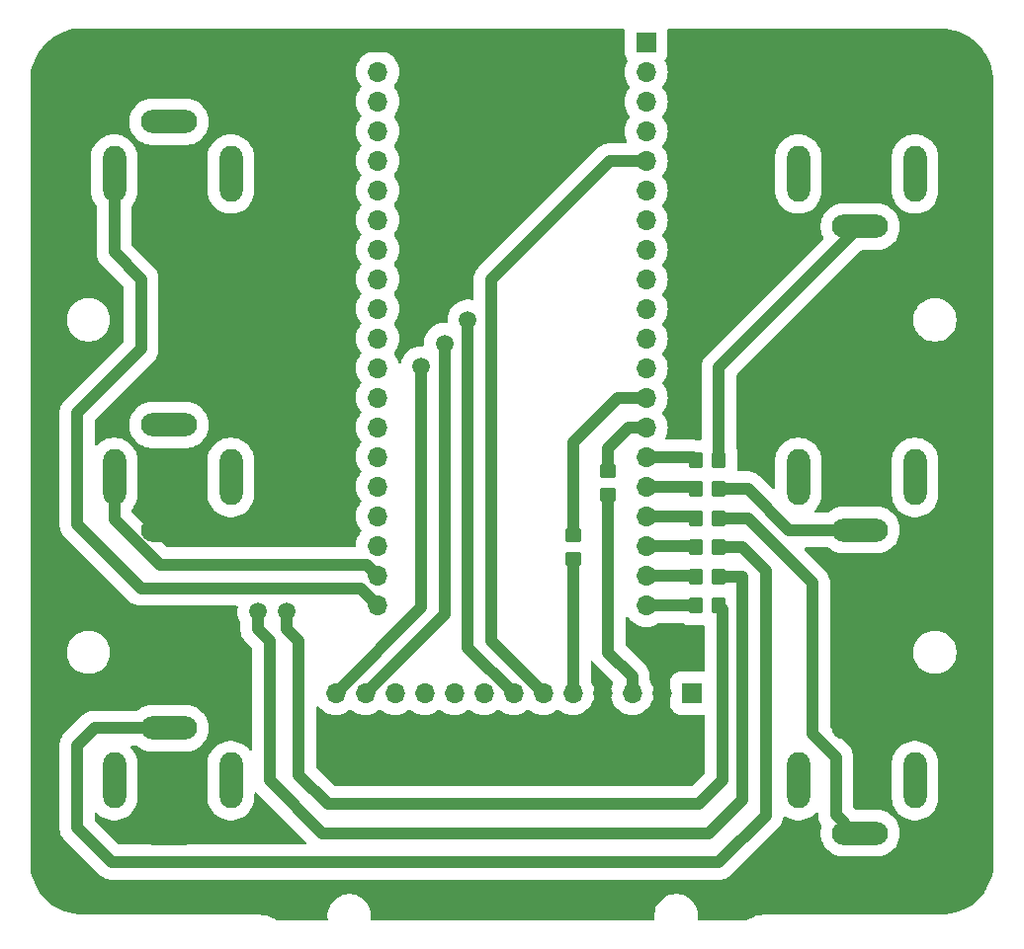
<source format=gbr>
%TF.GenerationSoftware,KiCad,Pcbnew,8.0.0*%
%TF.CreationDate,2024-04-08T20:49:20-04:00*%
%TF.ProjectId,Final Project,46696e61-6c20-4507-926f-6a6563742e6b,rev?*%
%TF.SameCoordinates,Original*%
%TF.FileFunction,Copper,L1,Top*%
%TF.FilePolarity,Positive*%
%FSLAX46Y46*%
G04 Gerber Fmt 4.6, Leading zero omitted, Abs format (unit mm)*
G04 Created by KiCad (PCBNEW 8.0.0) date 2024-04-08 20:49:20*
%MOMM*%
%LPD*%
G01*
G04 APERTURE LIST*
G04 Aperture macros list*
%AMRoundRect*
0 Rectangle with rounded corners*
0 $1 Rounding radius*
0 $2 $3 $4 $5 $6 $7 $8 $9 X,Y pos of 4 corners*
0 Add a 4 corners polygon primitive as box body*
4,1,4,$2,$3,$4,$5,$6,$7,$8,$9,$2,$3,0*
0 Add four circle primitives for the rounded corners*
1,1,$1+$1,$2,$3*
1,1,$1+$1,$4,$5*
1,1,$1+$1,$6,$7*
1,1,$1+$1,$8,$9*
0 Add four rect primitives between the rounded corners*
20,1,$1+$1,$2,$3,$4,$5,0*
20,1,$1+$1,$4,$5,$6,$7,0*
20,1,$1+$1,$6,$7,$8,$9,0*
20,1,$1+$1,$8,$9,$2,$3,0*%
G04 Aperture macros list end*
%TA.AperFunction,ComponentPad*%
%ADD10O,2.000000X4.800000*%
%TD*%
%TA.AperFunction,ComponentPad*%
%ADD11O,4.800000X2.000000*%
%TD*%
%TA.AperFunction,ComponentPad*%
%ADD12R,1.700000X1.700000*%
%TD*%
%TA.AperFunction,ComponentPad*%
%ADD13O,1.700000X1.700000*%
%TD*%
%TA.AperFunction,SMDPad,CuDef*%
%ADD14RoundRect,0.250000X-0.450000X0.350000X-0.450000X-0.350000X0.450000X-0.350000X0.450000X0.350000X0*%
%TD*%
%TA.AperFunction,SMDPad,CuDef*%
%ADD15RoundRect,0.250000X-0.350000X-0.450000X0.350000X-0.450000X0.350000X0.450000X-0.350000X0.450000X0*%
%TD*%
%TA.AperFunction,SMDPad,CuDef*%
%ADD16RoundRect,0.250000X0.350000X0.450000X-0.350000X0.450000X-0.350000X-0.450000X0.350000X-0.450000X0*%
%TD*%
%TA.AperFunction,ViaPad*%
%ADD17C,1.500000*%
%TD*%
%TA.AperFunction,Conductor*%
%ADD18C,1.000000*%
%TD*%
%TA.AperFunction,Conductor*%
%ADD19C,0.200000*%
%TD*%
G04 APERTURE END LIST*
D10*
%TO.P,U5,1,C*%
%TO.N,Net-(U5-C)*%
X27200000Y-65500000D03*
%TO.P,U5,2,NO*%
%TO.N,GND*%
X31500000Y-65500000D03*
%TO.P,U5,3,NC*%
%TO.N,unconnected-(U5-NC-Pad3)*%
X37200000Y-65500000D03*
D11*
%TO.P,U5,4,-*%
%TO.N,GND*%
X31900000Y-70000000D03*
%TO.P,U5,5,+*%
%TO.N,Net-(U5-+)*%
X31900000Y-61000000D03*
%TD*%
D12*
%TO.P,LPC1,1,GND*%
%TO.N,GND*%
X49750000Y-28180000D03*
D13*
%TO.P,LPC1,2,VIN*%
%TO.N,unconnected-(LPC1-VIN-Pad2)*%
X49750000Y-30720000D03*
%TO.P,LPC1,3,VB*%
%TO.N,unconnected-(LPC1-VB-Pad3)*%
X49750000Y-33260000D03*
%TO.P,LPC1,4,nR*%
%TO.N,unconnected-(LPC1-nR-Pad4)*%
X49750000Y-35800000D03*
%TO.P,LPC1,5,mosi*%
%TO.N,Net-(LPC1-mosi-Pad5)*%
X49750000Y-38340000D03*
%TO.P,LPC1,6,miso*%
%TO.N,Net-(LPC1-miso-Pad6)*%
X49750000Y-40880000D03*
%TO.P,LPC1,7,sck*%
%TO.N,Net-(LPC1-sck)*%
X49750000Y-43420000D03*
%TO.P,LPC1,8*%
%TO.N,Net-(LPC1-Pad8)*%
X49750000Y-45960000D03*
%TO.P,LPC1,9,tx/sda*%
%TO.N,Net-(LPC1-tx{slash}sda)*%
X49750000Y-48500000D03*
%TO.P,LPC1,10,rx/scl*%
%TO.N,Net-(LPC1-rx{slash}scl)*%
X49750000Y-51040000D03*
%TO.P,LPC1,11,mosi*%
%TO.N,Net-(LPC1-mosi-Pad11)*%
X49750000Y-53580000D03*
%TO.P,LPC1,12,miso*%
%TO.N,Net-(LPC1-miso-Pad12)*%
X49750000Y-56120000D03*
%TO.P,LPC1,13,tx/sck*%
%TO.N,Net-(LPC1-tx{slash}sck)*%
X49750000Y-58660000D03*
%TO.P,LPC1,14,rx*%
%TO.N,Net-(LPC1-rx)*%
X49750000Y-61200000D03*
%TO.P,LPC1,15*%
%TO.N,Net-(U1-C)*%
X49750000Y-63740000D03*
%TO.P,LPC1,16*%
%TO.N,Net-(U2-C)*%
X49750000Y-66280000D03*
%TO.P,LPC1,17*%
%TO.N,Net-(U3-C)*%
X49750000Y-68820000D03*
%TO.P,LPC1,18*%
%TO.N,Net-(U4-C)*%
X49750000Y-71360000D03*
%TO.P,LPC1,19*%
%TO.N,Net-(U5-C)*%
X49750000Y-73900000D03*
%TO.P,LPC1,20*%
%TO.N,Net-(U6-C)*%
X49750000Y-76440000D03*
%TO.P,LPC1,21*%
%TO.N,Net-(LPC1-Pad21)*%
X72750000Y-76460000D03*
%TO.P,LPC1,22*%
%TO.N,Net-(LPC1-Pad22)*%
X72750000Y-73920000D03*
%TO.P,LPC1,23*%
%TO.N,Net-(LPC1-Pad23)*%
X72750000Y-71380000D03*
%TO.P,LPC1,24*%
%TO.N,Net-(LPC1-Pad24)*%
X72750000Y-68840000D03*
%TO.P,LPC1,25*%
%TO.N,Net-(LPC1-Pad25)*%
X72750000Y-66300000D03*
%TO.P,LPC1,26*%
%TO.N,Net-(LPC1-Pad26)*%
X72750000Y-63760000D03*
%TO.P,LPC1,27,scl/rx*%
%TO.N,Net-(LPC1-scl{slash}rx)*%
X72750000Y-61220000D03*
%TO.P,LPC1,28,sda/tx*%
%TO.N,Net-(LPC1-sda{slash}tx)*%
X72750000Y-58680000D03*
%TO.P,LPC1,29,td*%
%TO.N,unconnected-(LPC1-td-Pad29)*%
X72750000Y-56140000D03*
%TO.P,LPC1,30,rd*%
%TO.N,unconnected-(LPC1-rd-Pad30)*%
X72750000Y-53600000D03*
%TO.P,LPC1,31,D+*%
%TO.N,unconnected-(LPC1-D+-Pad31)*%
X72750000Y-51060000D03*
%TO.P,LPC1,32,D-*%
%TO.N,unconnected-(LPC1-D--Pad32)*%
X72750000Y-48520000D03*
%TO.P,LPC1,33,TD+*%
%TO.N,Net-(LPC1-TD+)*%
X72750000Y-45980000D03*
%TO.P,LPC1,34,TD-*%
%TO.N,Net-(LPC1-TD-)*%
X72750000Y-43440000D03*
%TO.P,LPC1,35,RD+*%
%TO.N,Net-(LPC1-RD+)*%
X72750000Y-40900000D03*
%TO.P,LPC1,36,RD-*%
%TO.N,Net-(LPC1-RD-)*%
X72750000Y-38360000D03*
%TO.P,LPC1,37,IF+*%
%TO.N,unconnected-(LPC1-IF+-Pad37)*%
X72750000Y-35820000D03*
%TO.P,LPC1,38,IF-*%
%TO.N,unconnected-(LPC1-IF--Pad38)*%
X72750000Y-33280000D03*
%TO.P,LPC1,39,VU*%
%TO.N,unconnected-(LPC1-VU-Pad39)*%
X72750000Y-30740000D03*
D12*
%TO.P,LPC1,40,VOUT*%
%TO.N,unconnected-(LPC1-VOUT-Pad40)*%
X72750000Y-28200000D03*
%TD*%
D14*
%TO.P,R7,1*%
%TO.N,Net-(LPC1-scl{slash}rx)*%
X69500000Y-65000000D03*
%TO.P,R7,2*%
%TO.N,Net-(U7-G+)*%
X69500000Y-67000000D03*
%TD*%
D10*
%TO.P,U3,1,C*%
%TO.N,Net-(U3-C)*%
X95800000Y-91500000D03*
%TO.P,U3,2,NO*%
%TO.N,GND*%
X91500000Y-91500000D03*
%TO.P,U3,3,NC*%
%TO.N,unconnected-(U3-NC-Pad3)*%
X85800000Y-91500000D03*
D11*
%TO.P,U3,4,-*%
%TO.N,GND*%
X91100000Y-87000000D03*
%TO.P,U3,5,+*%
%TO.N,Net-(U3-+)*%
X91100000Y-96000000D03*
%TD*%
D15*
%TO.P,R4,1*%
%TO.N,Net-(LPC1-Pad23)*%
X77000000Y-71500000D03*
%TO.P,R4,2*%
%TO.N,Net-(U4-+)*%
X79000000Y-71500000D03*
%TD*%
%TO.P,R2,1*%
%TO.N,Net-(LPC1-Pad25)*%
X77000000Y-66500000D03*
%TO.P,R2,2*%
%TO.N,Net-(U2-+)*%
X79000000Y-66500000D03*
%TD*%
D12*
%TO.P,U7,1,SH*%
%TO.N,unconnected-(U7-SH-Pad1)*%
X76640000Y-84000000D03*
D13*
%TO.P,U7,2,G-*%
%TO.N,GND*%
X74100000Y-84000000D03*
%TO.P,U7,3,G+*%
%TO.N,Net-(U7-G+)*%
X71560000Y-84000000D03*
%TO.P,U7,4,Y-*%
%TO.N,GND*%
X69020000Y-84000000D03*
%TO.P,U7,5,Y+*%
%TO.N,Net-(U7-Y+)*%
X66480000Y-84000000D03*
%TO.P,U7,6,P8*%
%TO.N,Net-(LPC1-RD-)*%
X63940000Y-84000000D03*
%TO.P,U7,7,P7*%
%TO.N,Net-(LPC1-RD+)*%
X61400000Y-84000000D03*
%TO.P,U7,8,P6*%
%TO.N,unconnected-(U7-P6-Pad8)*%
X58860000Y-84000000D03*
%TO.P,U7,9,P5*%
%TO.N,unconnected-(U7-P5-Pad9)*%
X56320000Y-84000000D03*
%TO.P,U7,10,P4*%
%TO.N,unconnected-(U7-P4-Pad10)*%
X53780000Y-84000000D03*
%TO.P,U7,11,P3*%
%TO.N,unconnected-(U7-P3-Pad11)*%
X51240000Y-84000000D03*
%TO.P,U7,12,P2*%
%TO.N,Net-(LPC1-TD-)*%
X48700000Y-84000000D03*
%TO.P,U7,13,P1*%
%TO.N,Net-(LPC1-TD+)*%
X46160000Y-84000000D03*
%TD*%
D10*
%TO.P,U4,1,C*%
%TO.N,Net-(U4-C)*%
X27200000Y-91500000D03*
%TO.P,U4,2,NO*%
%TO.N,GND*%
X31500000Y-91500000D03*
%TO.P,U4,3,NC*%
%TO.N,unconnected-(U4-NC-Pad3)*%
X37200000Y-91500000D03*
D11*
%TO.P,U4,4,-*%
%TO.N,GND*%
X31900000Y-96000000D03*
%TO.P,U4,5,+*%
%TO.N,Net-(U4-+)*%
X31900000Y-87000000D03*
%TD*%
D14*
%TO.P,R8,1*%
%TO.N,Net-(LPC1-sda{slash}tx)*%
X66500000Y-70500000D03*
%TO.P,R8,2*%
%TO.N,Net-(U7-Y+)*%
X66500000Y-72500000D03*
%TD*%
D10*
%TO.P,U1,1,C*%
%TO.N,Net-(U1-C)*%
X95800000Y-39500000D03*
%TO.P,U1,2,NO*%
%TO.N,GND*%
X91500000Y-39500000D03*
%TO.P,U1,3,NC*%
%TO.N,unconnected-(U1-NC-Pad3)*%
X85800000Y-39500000D03*
D11*
%TO.P,U1,4,-*%
%TO.N,GND*%
X91100000Y-35000000D03*
%TO.P,U1,5,+*%
%TO.N,Net-(U1-+)*%
X91100000Y-44000000D03*
%TD*%
D15*
%TO.P,R1,1*%
%TO.N,Net-(LPC1-Pad26)*%
X77000000Y-64000000D03*
%TO.P,R1,2*%
%TO.N,Net-(U1-+)*%
X79000000Y-64000000D03*
%TD*%
%TO.P,R6,1*%
%TO.N,Net-(LPC1-Pad21)*%
X77000000Y-76500000D03*
%TO.P,R6,2*%
%TO.N,Net-(U6-+)*%
X79000000Y-76500000D03*
%TD*%
D16*
%TO.P,R3,1*%
%TO.N,Net-(U3-+)*%
X79000000Y-69000000D03*
%TO.P,R3,2*%
%TO.N,Net-(LPC1-Pad24)*%
X77000000Y-69000000D03*
%TD*%
D15*
%TO.P,R5,1*%
%TO.N,Net-(LPC1-Pad22)*%
X77000000Y-74000000D03*
%TO.P,R5,2*%
%TO.N,Net-(U5-+)*%
X79000000Y-74000000D03*
%TD*%
D10*
%TO.P,U6,1,C*%
%TO.N,Net-(U6-C)*%
X27200000Y-39500000D03*
%TO.P,U6,2,NO*%
%TO.N,GND*%
X31500000Y-39500000D03*
%TO.P,U6,3,NC*%
%TO.N,unconnected-(U6-NC-Pad3)*%
X37200000Y-39500000D03*
D11*
%TO.P,U6,4,-*%
%TO.N,GND*%
X31900000Y-44000000D03*
%TO.P,U6,5,+*%
%TO.N,Net-(U6-+)*%
X31900000Y-35000000D03*
%TD*%
D10*
%TO.P,U2,1,C*%
%TO.N,Net-(U2-C)*%
X95800000Y-65500000D03*
%TO.P,U2,2,NO*%
%TO.N,GND*%
X91500000Y-65500000D03*
%TO.P,U2,3,NC*%
%TO.N,unconnected-(U2-NC-Pad3)*%
X85800000Y-65500000D03*
D11*
%TO.P,U2,4,-*%
%TO.N,GND*%
X91100000Y-61000000D03*
%TO.P,U2,5,+*%
%TO.N,Net-(U2-+)*%
X91100000Y-70000000D03*
%TD*%
D17*
%TO.N,Net-(LPC1-RD+)*%
X57500000Y-52000000D03*
%TO.N,Net-(LPC1-TD-)*%
X55500000Y-54000000D03*
%TO.N,Net-(LPC1-TD+)*%
X53500000Y-56000000D03*
%TO.N,Net-(U5-+)*%
X39500000Y-77000000D03*
%TO.N,Net-(U6-+)*%
X42000000Y-77000000D03*
%TD*%
D18*
%TO.N,Net-(U7-Y+)*%
X66500000Y-72500000D02*
X66500000Y-83980000D01*
D19*
X66500000Y-83980000D02*
X66480000Y-84000000D01*
X66480000Y-72520000D02*
X66500000Y-72500000D01*
D18*
%TO.N,Net-(LPC1-sda{slash}tx)*%
X66480000Y-62520000D02*
X66500000Y-62540000D01*
X66500000Y-62540000D02*
X66500000Y-70500000D01*
%TO.N,Net-(U7-G+)*%
X69500000Y-80500000D02*
X69500000Y-67000000D01*
D19*
X69500000Y-67000000D02*
X69500000Y-67500000D01*
D18*
%TO.N,Net-(LPC1-scl{slash}rx)*%
X69500000Y-63000000D02*
X69500000Y-65000000D01*
X69500000Y-63000000D02*
X71280000Y-61220000D01*
%TO.N,Net-(U7-G+)*%
X71560000Y-84000000D02*
X71560000Y-82560000D01*
X71560000Y-82560000D02*
X69500000Y-80500000D01*
%TO.N,Net-(LPC1-scl{slash}rx)*%
X71280000Y-61220000D02*
X72780000Y-61220000D01*
%TO.N,Net-(LPC1-RD-)*%
X69640000Y-38360000D02*
X72750000Y-38360000D01*
X63940000Y-84000000D02*
X59500000Y-79560000D01*
X59500000Y-48500000D02*
X69640000Y-38360000D01*
X59500000Y-79560000D02*
X59500000Y-48500000D01*
%TO.N,Net-(LPC1-RD+)*%
X57500000Y-80100000D02*
X61400000Y-84000000D01*
X57500000Y-52000000D02*
X57500000Y-80100000D01*
%TO.N,Net-(LPC1-TD-)*%
X55500000Y-54000000D02*
X55500000Y-77200000D01*
X55500000Y-77200000D02*
X48700000Y-84000000D01*
%TO.N,Net-(U5-C)*%
X27200000Y-65500000D02*
X27200000Y-69104163D01*
X27200000Y-69104163D02*
X31095837Y-73000000D01*
X48850000Y-73000000D02*
X49750000Y-73900000D01*
X31095837Y-73000000D02*
X48850000Y-73000000D01*
%TO.N,Net-(LPC1-TD+)*%
X53500000Y-56000000D02*
X53500000Y-76660000D01*
X53500000Y-76660000D02*
X46160000Y-84000000D01*
%TO.N,Net-(U6-C)*%
X24000000Y-69500000D02*
X29500000Y-75000000D01*
X27200000Y-46200000D02*
X29500000Y-48500000D01*
X29500000Y-75000000D02*
X48310000Y-75000000D01*
X48310000Y-75000000D02*
X49750000Y-76440000D01*
X29500000Y-48500000D02*
X29500000Y-54500000D01*
X24000000Y-60000000D02*
X24000000Y-69500000D01*
X29500000Y-54500000D02*
X24000000Y-60000000D01*
X27200000Y-40200000D02*
X27200000Y-46200000D01*
%TO.N,Net-(LPC1-sda{slash}tx)*%
X70320000Y-58680000D02*
X72750000Y-58680000D01*
X66480000Y-62520000D02*
X70320000Y-58680000D01*
%TO.N,Net-(U2-+)*%
X81500000Y-66500000D02*
X85000000Y-70000000D01*
X85000000Y-70000000D02*
X91100000Y-70000000D01*
X79000000Y-66500000D02*
X81500000Y-66500000D01*
%TO.N,Net-(U3-+)*%
X79000000Y-69000000D02*
X81500000Y-69000000D01*
X81500000Y-69000000D02*
X87000000Y-74500000D01*
X87000000Y-87500000D02*
X89000000Y-89500000D01*
X89000000Y-89500000D02*
X89000000Y-94400000D01*
X87000000Y-74500000D02*
X87000000Y-87500000D01*
X89000000Y-94400000D02*
X90600000Y-96000000D01*
%TO.N,Net-(U4-+)*%
X24000000Y-95500000D02*
X24000000Y-88500000D01*
X81000000Y-71500000D02*
X83000000Y-73500000D01*
X83000000Y-73500000D02*
X83000000Y-94500000D01*
X25500000Y-87000000D02*
X31900000Y-87000000D01*
X79000000Y-71500000D02*
X81000000Y-71500000D01*
X79000000Y-98500000D02*
X27000000Y-98500000D01*
X27000000Y-98500000D02*
X24000000Y-95500000D01*
X83000000Y-94500000D02*
X79000000Y-98500000D01*
X24000000Y-88500000D02*
X25500000Y-87000000D01*
%TO.N,Net-(U5-+)*%
X81000000Y-93157010D02*
X78157010Y-96000000D01*
X40500000Y-91500000D02*
X40500000Y-79500000D01*
X81000000Y-74000000D02*
X81000000Y-93157010D01*
X39500000Y-78500000D02*
X39500000Y-77000000D01*
X40500000Y-79500000D02*
X39500000Y-78500000D01*
X45000000Y-96000000D02*
X40500000Y-91500000D01*
X78157010Y-96000000D02*
X45000000Y-96000000D01*
X79000000Y-74000000D02*
X81000000Y-74000000D01*
%TO.N,Net-(U6-+)*%
X45500000Y-93500000D02*
X43000000Y-91000000D01*
X43000000Y-91000000D02*
X43000000Y-79500000D01*
X79289019Y-91460981D02*
X77250000Y-93500000D01*
X42000000Y-78500000D02*
X42000000Y-77000000D01*
X77250000Y-93500000D02*
X45500000Y-93500000D01*
X43000000Y-79500000D02*
X42000000Y-78500000D01*
X79000000Y-76500000D02*
X79289019Y-76789019D01*
X79289019Y-76789019D02*
X79289019Y-91460981D01*
%TO.N,Net-(U1-+)*%
X79000000Y-56100000D02*
X91100000Y-44000000D01*
X79000000Y-64000000D02*
X79000000Y-56100000D01*
%TO.N,Net-(LPC1-Pad24)*%
X73740000Y-68840000D02*
X73750000Y-68830000D01*
X73500000Y-68840000D02*
X76840000Y-68840000D01*
X76840000Y-68840000D02*
X77000000Y-69000000D01*
X72750000Y-68840000D02*
X73740000Y-68840000D01*
%TO.N,Net-(LPC1-Pad22)*%
X72750000Y-73920000D02*
X73740000Y-73920000D01*
X73740000Y-73920000D02*
X73750000Y-73910000D01*
X76920000Y-73920000D02*
X77000000Y-74000000D01*
X73500000Y-73920000D02*
X76920000Y-73920000D01*
%TO.N,Net-(LPC1-Pad21)*%
X73500000Y-76460000D02*
X76960000Y-76460000D01*
X76960000Y-76460000D02*
X77000000Y-76500000D01*
%TO.N,Net-(LPC1-Pad25)*%
X72750000Y-66300000D02*
X76800000Y-66300000D01*
X76800000Y-66300000D02*
X77000000Y-66500000D01*
%TO.N,Net-(LPC1-Pad26)*%
X72750000Y-63760000D02*
X76760000Y-63760000D01*
X76760000Y-63760000D02*
X77000000Y-64000000D01*
%TO.N,Net-(LPC1-Pad23)*%
X73500000Y-71380000D02*
X76880000Y-71380000D01*
X73760000Y-71380000D02*
X72750000Y-71380000D01*
X76880000Y-71380000D02*
X77000000Y-71500000D01*
%TD*%
%TA.AperFunction,Conductor*%
%TO.N,GND*%
G36*
X70861935Y-27020185D02*
G01*
X70907690Y-27072989D01*
X70917634Y-27142147D01*
X70914111Y-27158613D01*
X70910114Y-27172581D01*
X70910113Y-27172581D01*
X70899500Y-27291966D01*
X70899500Y-29108028D01*
X70899501Y-29108034D01*
X70910113Y-29227415D01*
X70966089Y-29423045D01*
X70966090Y-29423047D01*
X70966091Y-29423049D01*
X71060302Y-29603407D01*
X71075593Y-29622160D01*
X71128551Y-29687108D01*
X71155660Y-29751505D01*
X71143651Y-29820334D01*
X71141282Y-29824895D01*
X71062426Y-29969309D01*
X70969921Y-30217326D01*
X70913658Y-30475965D01*
X70913657Y-30475972D01*
X70894773Y-30739998D01*
X70894773Y-30740001D01*
X70913657Y-31004027D01*
X70913658Y-31004034D01*
X70969921Y-31262673D01*
X71062426Y-31510690D01*
X71062428Y-31510694D01*
X71189280Y-31743005D01*
X71189285Y-31743013D01*
X71333520Y-31935690D01*
X71357937Y-32001155D01*
X71343085Y-32069427D01*
X71333520Y-32084310D01*
X71189285Y-32276986D01*
X71189280Y-32276994D01*
X71062428Y-32509305D01*
X71062426Y-32509309D01*
X70969921Y-32757326D01*
X70913658Y-33015965D01*
X70913657Y-33015972D01*
X70894773Y-33279998D01*
X70894773Y-33280001D01*
X70913657Y-33544027D01*
X70913658Y-33544034D01*
X70969921Y-33802673D01*
X71062426Y-34050690D01*
X71062428Y-34050694D01*
X71189280Y-34283005D01*
X71189285Y-34283013D01*
X71333520Y-34475690D01*
X71357937Y-34541155D01*
X71343085Y-34609427D01*
X71333520Y-34624310D01*
X71189285Y-34816986D01*
X71189280Y-34816994D01*
X71062428Y-35049305D01*
X71062426Y-35049309D01*
X70969921Y-35297326D01*
X70913658Y-35555965D01*
X70913657Y-35555972D01*
X70894773Y-35819998D01*
X70894773Y-35820001D01*
X70913657Y-36084027D01*
X70913658Y-36084034D01*
X70969921Y-36342673D01*
X71062426Y-36590690D01*
X71062428Y-36590694D01*
X71109049Y-36676073D01*
X71123901Y-36744346D01*
X71099484Y-36809810D01*
X71043551Y-36851682D01*
X71000217Y-36859500D01*
X69521903Y-36859500D01*
X69288631Y-36896446D01*
X69064003Y-36969433D01*
X68853563Y-37076659D01*
X68662496Y-37215476D01*
X68662491Y-37215480D01*
X58355485Y-47522487D01*
X58355484Y-47522488D01*
X58216657Y-47713565D01*
X58164290Y-47816343D01*
X58109433Y-47924003D01*
X58036446Y-48148631D01*
X57999500Y-48381902D01*
X57999500Y-50160925D01*
X57979815Y-50227964D01*
X57927011Y-50273719D01*
X57857853Y-50283663D01*
X57857018Y-50283540D01*
X57631187Y-50249500D01*
X57631182Y-50249500D01*
X57368818Y-50249500D01*
X57368812Y-50249500D01*
X57208139Y-50273719D01*
X57109385Y-50288604D01*
X57109382Y-50288605D01*
X57109376Y-50288606D01*
X56858673Y-50365938D01*
X56622303Y-50479767D01*
X56622302Y-50479768D01*
X56405520Y-50627567D01*
X56213198Y-50806014D01*
X56049614Y-51011143D01*
X55918432Y-51238356D01*
X55822582Y-51482578D01*
X55822576Y-51482597D01*
X55764197Y-51738374D01*
X55764196Y-51738379D01*
X55744592Y-51999995D01*
X55744592Y-52000004D01*
X55753302Y-52116234D01*
X55738683Y-52184557D01*
X55689445Y-52234130D01*
X55629649Y-52249500D01*
X55368812Y-52249500D01*
X55207247Y-52273853D01*
X55109385Y-52288604D01*
X55109382Y-52288605D01*
X55109376Y-52288606D01*
X54858673Y-52365938D01*
X54622303Y-52479767D01*
X54622302Y-52479768D01*
X54405520Y-52627567D01*
X54213198Y-52806014D01*
X54049614Y-53011143D01*
X53918432Y-53238356D01*
X53822582Y-53482578D01*
X53822576Y-53482597D01*
X53764197Y-53738374D01*
X53764196Y-53738379D01*
X53744592Y-53999995D01*
X53744592Y-54000004D01*
X53753302Y-54116234D01*
X53738683Y-54184557D01*
X53689445Y-54234130D01*
X53629649Y-54249500D01*
X53368812Y-54249500D01*
X53207247Y-54273853D01*
X53109385Y-54288604D01*
X53109382Y-54288605D01*
X53109376Y-54288606D01*
X52858673Y-54365938D01*
X52622303Y-54479767D01*
X52622302Y-54479768D01*
X52405520Y-54627567D01*
X52213198Y-54806014D01*
X52049614Y-55011143D01*
X51918432Y-55238356D01*
X51822582Y-55482578D01*
X51822577Y-55482595D01*
X51783834Y-55652340D01*
X51749725Y-55713318D01*
X51688064Y-55746176D01*
X51618427Y-55740481D01*
X51562923Y-55698041D01*
X51541777Y-55651105D01*
X51530078Y-55597326D01*
X51502729Y-55524001D01*
X51437574Y-55349311D01*
X51403241Y-55286436D01*
X51310719Y-55116994D01*
X51310714Y-55116986D01*
X51166479Y-54924310D01*
X51142062Y-54858846D01*
X51156914Y-54790573D01*
X51166479Y-54775690D01*
X51284451Y-54618097D01*
X51310716Y-54583011D01*
X51437574Y-54350689D01*
X51530077Y-54102678D01*
X51586343Y-53844026D01*
X51605227Y-53580000D01*
X51586343Y-53315974D01*
X51530077Y-53057322D01*
X51437574Y-52809311D01*
X51435776Y-52806019D01*
X51310719Y-52576994D01*
X51310714Y-52576986D01*
X51166479Y-52384310D01*
X51142062Y-52318846D01*
X51156914Y-52250573D01*
X51166479Y-52235690D01*
X51255902Y-52116234D01*
X51310716Y-52043011D01*
X51437574Y-51810689D01*
X51530077Y-51562678D01*
X51586343Y-51304026D01*
X51605227Y-51040000D01*
X51586343Y-50775974D01*
X51530077Y-50517322D01*
X51437574Y-50269311D01*
X51426756Y-50249500D01*
X51310719Y-50036994D01*
X51310714Y-50036986D01*
X51166479Y-49844310D01*
X51142062Y-49778846D01*
X51156914Y-49710573D01*
X51166479Y-49695690D01*
X51228263Y-49613155D01*
X51310716Y-49503011D01*
X51437574Y-49270689D01*
X51530077Y-49022678D01*
X51586343Y-48764026D01*
X51605227Y-48500000D01*
X51586343Y-48235974D01*
X51530077Y-47977322D01*
X51437574Y-47729311D01*
X51321635Y-47516986D01*
X51310719Y-47496994D01*
X51310714Y-47496986D01*
X51166479Y-47304310D01*
X51142062Y-47238846D01*
X51156914Y-47170573D01*
X51166479Y-47155690D01*
X51228263Y-47073155D01*
X51310716Y-46963011D01*
X51437574Y-46730689D01*
X51530077Y-46482678D01*
X51586343Y-46224026D01*
X51605227Y-45960000D01*
X51586343Y-45695974D01*
X51530077Y-45437322D01*
X51437574Y-45189311D01*
X51396343Y-45113803D01*
X51310719Y-44956994D01*
X51310714Y-44956986D01*
X51166479Y-44764310D01*
X51142062Y-44698846D01*
X51156914Y-44630573D01*
X51166479Y-44615690D01*
X51228263Y-44533155D01*
X51310716Y-44423011D01*
X51437574Y-44190689D01*
X51530077Y-43942678D01*
X51586343Y-43684026D01*
X51605227Y-43420000D01*
X51586343Y-43155974D01*
X51530077Y-42897322D01*
X51437574Y-42649311D01*
X51352067Y-42492718D01*
X51310719Y-42416994D01*
X51310714Y-42416986D01*
X51166479Y-42224310D01*
X51142062Y-42158846D01*
X51156914Y-42090573D01*
X51166479Y-42075690D01*
X51228263Y-41993155D01*
X51310716Y-41883011D01*
X51437574Y-41650689D01*
X51530077Y-41402678D01*
X51586343Y-41144026D01*
X51605227Y-40880000D01*
X51586343Y-40615974D01*
X51530077Y-40357322D01*
X51437574Y-40109311D01*
X51401871Y-40043927D01*
X51310719Y-39876994D01*
X51310714Y-39876986D01*
X51166479Y-39684310D01*
X51142062Y-39618846D01*
X51156914Y-39550573D01*
X51166479Y-39535690D01*
X51228263Y-39453155D01*
X51310716Y-39343011D01*
X51437574Y-39110689D01*
X51530077Y-38862678D01*
X51586343Y-38604026D01*
X51605227Y-38340000D01*
X51586343Y-38075974D01*
X51530077Y-37817322D01*
X51437574Y-37569311D01*
X51375472Y-37455581D01*
X51310719Y-37336994D01*
X51310714Y-37336986D01*
X51166479Y-37144310D01*
X51142062Y-37078846D01*
X51156914Y-37010573D01*
X51166479Y-36995690D01*
X51274281Y-36851682D01*
X51310716Y-36803011D01*
X51437574Y-36570689D01*
X51530077Y-36322678D01*
X51586343Y-36064026D01*
X51605227Y-35800000D01*
X51586343Y-35535974D01*
X51530077Y-35277322D01*
X51437574Y-35029311D01*
X51349967Y-34868872D01*
X51310719Y-34796994D01*
X51310714Y-34796986D01*
X51166479Y-34604310D01*
X51142062Y-34538846D01*
X51156914Y-34470573D01*
X51166479Y-34455690D01*
X51241427Y-34355571D01*
X51310716Y-34263011D01*
X51437574Y-34030689D01*
X51530077Y-33782678D01*
X51586343Y-33524026D01*
X51605227Y-33260000D01*
X51586343Y-32995974D01*
X51530077Y-32737322D01*
X51437574Y-32489311D01*
X51321635Y-32276986D01*
X51310719Y-32256994D01*
X51310714Y-32256986D01*
X51166479Y-32064310D01*
X51142062Y-31998846D01*
X51156914Y-31930573D01*
X51166479Y-31915690D01*
X51228263Y-31833155D01*
X51310716Y-31723011D01*
X51437574Y-31490689D01*
X51530077Y-31242678D01*
X51586343Y-30984026D01*
X51605227Y-30720000D01*
X51586343Y-30455974D01*
X51530077Y-30197322D01*
X51437574Y-29949311D01*
X51369637Y-29824895D01*
X51310719Y-29716994D01*
X51310714Y-29716986D01*
X51152093Y-29505092D01*
X51152077Y-29505074D01*
X50964925Y-29317922D01*
X50964907Y-29317906D01*
X50753013Y-29159285D01*
X50753005Y-29159280D01*
X50520694Y-29032428D01*
X50520690Y-29032426D01*
X50272673Y-28939921D01*
X50014034Y-28883658D01*
X50014027Y-28883657D01*
X49750001Y-28864773D01*
X49749999Y-28864773D01*
X49485972Y-28883657D01*
X49485965Y-28883658D01*
X49227326Y-28939921D01*
X48979309Y-29032426D01*
X48979305Y-29032428D01*
X48746994Y-29159280D01*
X48746986Y-29159285D01*
X48535092Y-29317906D01*
X48535074Y-29317922D01*
X48347922Y-29505074D01*
X48347906Y-29505092D01*
X48189285Y-29716986D01*
X48189280Y-29716994D01*
X48062428Y-29949305D01*
X48062426Y-29949309D01*
X47969921Y-30197326D01*
X47913658Y-30455965D01*
X47913657Y-30455972D01*
X47894773Y-30719998D01*
X47894773Y-30720001D01*
X47913657Y-30984027D01*
X47913658Y-30984034D01*
X47969921Y-31242673D01*
X48062426Y-31490690D01*
X48062428Y-31490694D01*
X48189280Y-31723005D01*
X48189285Y-31723013D01*
X48333520Y-31915690D01*
X48357937Y-31981155D01*
X48343085Y-32049427D01*
X48333520Y-32064310D01*
X48189285Y-32256986D01*
X48189280Y-32256994D01*
X48062428Y-32489305D01*
X48062426Y-32489309D01*
X47969921Y-32737326D01*
X47913658Y-32995965D01*
X47913657Y-32995972D01*
X47894773Y-33259998D01*
X47894773Y-33260001D01*
X47913657Y-33524027D01*
X47913658Y-33524034D01*
X47969921Y-33782673D01*
X48062426Y-34030690D01*
X48062428Y-34030694D01*
X48189280Y-34263005D01*
X48189285Y-34263013D01*
X48333520Y-34455690D01*
X48357937Y-34521155D01*
X48343085Y-34589427D01*
X48333520Y-34604310D01*
X48189285Y-34796986D01*
X48189280Y-34796994D01*
X48062428Y-35029305D01*
X48062426Y-35029309D01*
X47969921Y-35277326D01*
X47913658Y-35535965D01*
X47913657Y-35535972D01*
X47894773Y-35799998D01*
X47894773Y-35800001D01*
X47913657Y-36064027D01*
X47913658Y-36064034D01*
X47969921Y-36322673D01*
X48062426Y-36570690D01*
X48062428Y-36570694D01*
X48189280Y-36803005D01*
X48189285Y-36803013D01*
X48333520Y-36995690D01*
X48357937Y-37061155D01*
X48343085Y-37129427D01*
X48333520Y-37144310D01*
X48189285Y-37336986D01*
X48189280Y-37336994D01*
X48062428Y-37569305D01*
X48062426Y-37569309D01*
X47969921Y-37817326D01*
X47913658Y-38075965D01*
X47913657Y-38075972D01*
X47894773Y-38339998D01*
X47894773Y-38340001D01*
X47913657Y-38604027D01*
X47913658Y-38604034D01*
X47969921Y-38862673D01*
X48062426Y-39110690D01*
X48062428Y-39110694D01*
X48189280Y-39343005D01*
X48189285Y-39343013D01*
X48333520Y-39535690D01*
X48357937Y-39601155D01*
X48343085Y-39669427D01*
X48333520Y-39684310D01*
X48189285Y-39876986D01*
X48189280Y-39876994D01*
X48062428Y-40109305D01*
X48062426Y-40109309D01*
X47969921Y-40357326D01*
X47913658Y-40615965D01*
X47913657Y-40615972D01*
X47894773Y-40879998D01*
X47894773Y-40880001D01*
X47913657Y-41144027D01*
X47913658Y-41144034D01*
X47969921Y-41402673D01*
X48062426Y-41650690D01*
X48062428Y-41650694D01*
X48189280Y-41883005D01*
X48189285Y-41883013D01*
X48333520Y-42075690D01*
X48357937Y-42141155D01*
X48343085Y-42209427D01*
X48333520Y-42224310D01*
X48189285Y-42416986D01*
X48189280Y-42416994D01*
X48062428Y-42649305D01*
X48062426Y-42649309D01*
X47969921Y-42897326D01*
X47913658Y-43155965D01*
X47913657Y-43155972D01*
X47894773Y-43419998D01*
X47894773Y-43420001D01*
X47913657Y-43684027D01*
X47913658Y-43684034D01*
X47969921Y-43942673D01*
X48062426Y-44190690D01*
X48062428Y-44190694D01*
X48189280Y-44423005D01*
X48189285Y-44423013D01*
X48333520Y-44615690D01*
X48357937Y-44681155D01*
X48343085Y-44749427D01*
X48333520Y-44764310D01*
X48189285Y-44956986D01*
X48189280Y-44956994D01*
X48062428Y-45189305D01*
X48062426Y-45189309D01*
X47969921Y-45437326D01*
X47913658Y-45695965D01*
X47913657Y-45695972D01*
X47894773Y-45959998D01*
X47894773Y-45960001D01*
X47913657Y-46224027D01*
X47913658Y-46224034D01*
X47969921Y-46482673D01*
X48062426Y-46730690D01*
X48062428Y-46730694D01*
X48189280Y-46963005D01*
X48189285Y-46963013D01*
X48333520Y-47155690D01*
X48357937Y-47221155D01*
X48343085Y-47289427D01*
X48333520Y-47304310D01*
X48189285Y-47496986D01*
X48189280Y-47496994D01*
X48062428Y-47729305D01*
X48062426Y-47729309D01*
X47969921Y-47977326D01*
X47913658Y-48235965D01*
X47913657Y-48235972D01*
X47894773Y-48499998D01*
X47894773Y-48500001D01*
X47913657Y-48764027D01*
X47913658Y-48764034D01*
X47969921Y-49022673D01*
X48062426Y-49270690D01*
X48062428Y-49270694D01*
X48189280Y-49503005D01*
X48189285Y-49503013D01*
X48333520Y-49695690D01*
X48357937Y-49761155D01*
X48343085Y-49829427D01*
X48333520Y-49844310D01*
X48189285Y-50036986D01*
X48189280Y-50036994D01*
X48062428Y-50269305D01*
X48062426Y-50269309D01*
X47969921Y-50517326D01*
X47913658Y-50775965D01*
X47913657Y-50775972D01*
X47894773Y-51039998D01*
X47894773Y-51040001D01*
X47913657Y-51304027D01*
X47913658Y-51304034D01*
X47969921Y-51562673D01*
X48062426Y-51810690D01*
X48062428Y-51810694D01*
X48189280Y-52043005D01*
X48189285Y-52043013D01*
X48333520Y-52235690D01*
X48357937Y-52301155D01*
X48343085Y-52369427D01*
X48333520Y-52384310D01*
X48189285Y-52576986D01*
X48189280Y-52576994D01*
X48062428Y-52809305D01*
X48062426Y-52809309D01*
X47969921Y-53057326D01*
X47913658Y-53315965D01*
X47913657Y-53315972D01*
X47894773Y-53579998D01*
X47894773Y-53580001D01*
X47913657Y-53844027D01*
X47913658Y-53844034D01*
X47969921Y-54102673D01*
X48062426Y-54350690D01*
X48062428Y-54350694D01*
X48189280Y-54583005D01*
X48189285Y-54583013D01*
X48333520Y-54775690D01*
X48357937Y-54841155D01*
X48343085Y-54909427D01*
X48333520Y-54924310D01*
X48189285Y-55116986D01*
X48189280Y-55116994D01*
X48062428Y-55349305D01*
X48062426Y-55349309D01*
X47969921Y-55597326D01*
X47913658Y-55855965D01*
X47913657Y-55855972D01*
X47894773Y-56119998D01*
X47894773Y-56120001D01*
X47913657Y-56384027D01*
X47913658Y-56384034D01*
X47969921Y-56642673D01*
X48062426Y-56890690D01*
X48062428Y-56890694D01*
X48189280Y-57123005D01*
X48189285Y-57123013D01*
X48333520Y-57315690D01*
X48357937Y-57381155D01*
X48343085Y-57449427D01*
X48333520Y-57464310D01*
X48189285Y-57656986D01*
X48189280Y-57656994D01*
X48062428Y-57889305D01*
X48062426Y-57889309D01*
X47969921Y-58137326D01*
X47913658Y-58395965D01*
X47913657Y-58395972D01*
X47894773Y-58659998D01*
X47894773Y-58660001D01*
X47913657Y-58924027D01*
X47913658Y-58924034D01*
X47969921Y-59182673D01*
X48062426Y-59430690D01*
X48062428Y-59430694D01*
X48189280Y-59663005D01*
X48189285Y-59663013D01*
X48333520Y-59855690D01*
X48357937Y-59921155D01*
X48343085Y-59989427D01*
X48333520Y-60004310D01*
X48189285Y-60196986D01*
X48189280Y-60196994D01*
X48062428Y-60429305D01*
X48062426Y-60429309D01*
X47969921Y-60677326D01*
X47913658Y-60935965D01*
X47913657Y-60935972D01*
X47894773Y-61199998D01*
X47894773Y-61200001D01*
X47913657Y-61464027D01*
X47913658Y-61464034D01*
X47969921Y-61722673D01*
X48062426Y-61970690D01*
X48062428Y-61970694D01*
X48189280Y-62203005D01*
X48189285Y-62203013D01*
X48333520Y-62395690D01*
X48357937Y-62461155D01*
X48343085Y-62529427D01*
X48333520Y-62544310D01*
X48189285Y-62736986D01*
X48189280Y-62736994D01*
X48062428Y-62969305D01*
X48062426Y-62969309D01*
X47969921Y-63217326D01*
X47913658Y-63475965D01*
X47913657Y-63475972D01*
X47894773Y-63739998D01*
X47894773Y-63740001D01*
X47913657Y-64004027D01*
X47913658Y-64004034D01*
X47969921Y-64262673D01*
X48062426Y-64510690D01*
X48062428Y-64510694D01*
X48189280Y-64743005D01*
X48189285Y-64743013D01*
X48333520Y-64935690D01*
X48357937Y-65001155D01*
X48343085Y-65069427D01*
X48333520Y-65084310D01*
X48189285Y-65276986D01*
X48189280Y-65276994D01*
X48062428Y-65509305D01*
X48062426Y-65509309D01*
X47969921Y-65757326D01*
X47913658Y-66015965D01*
X47913657Y-66015972D01*
X47894773Y-66279998D01*
X47894773Y-66280001D01*
X47913657Y-66544027D01*
X47913658Y-66544034D01*
X47969921Y-66802673D01*
X48062426Y-67050690D01*
X48062428Y-67050694D01*
X48189280Y-67283005D01*
X48189285Y-67283013D01*
X48333520Y-67475690D01*
X48357937Y-67541155D01*
X48343085Y-67609427D01*
X48333520Y-67624310D01*
X48189285Y-67816986D01*
X48189280Y-67816994D01*
X48062428Y-68049305D01*
X48062426Y-68049309D01*
X47969921Y-68297326D01*
X47913658Y-68555965D01*
X47913657Y-68555972D01*
X47894773Y-68819998D01*
X47894773Y-68820001D01*
X47913657Y-69084027D01*
X47913658Y-69084034D01*
X47969921Y-69342673D01*
X48062426Y-69590690D01*
X48062428Y-69590694D01*
X48189280Y-69823005D01*
X48189285Y-69823013D01*
X48333520Y-70015690D01*
X48357937Y-70081155D01*
X48343085Y-70149427D01*
X48333520Y-70164310D01*
X48189285Y-70356986D01*
X48189280Y-70356994D01*
X48062428Y-70589305D01*
X48062426Y-70589309D01*
X47969921Y-70837326D01*
X47913658Y-71095965D01*
X47913657Y-71095972D01*
X47894773Y-71359998D01*
X47895249Y-71366653D01*
X47880398Y-71434926D01*
X47830993Y-71484332D01*
X47771565Y-71499500D01*
X31768727Y-71499500D01*
X31701688Y-71479815D01*
X31681046Y-71463181D01*
X28736819Y-68518954D01*
X28703334Y-68457631D01*
X28700500Y-68431273D01*
X28700500Y-68272781D01*
X28720185Y-68205742D01*
X28726125Y-68197294D01*
X28799551Y-68101605D01*
X28866924Y-68013803D01*
X28998043Y-67786697D01*
X29098398Y-67544419D01*
X29166270Y-67291116D01*
X29200499Y-67031127D01*
X35199500Y-67031127D01*
X35226123Y-67233339D01*
X35233730Y-67291116D01*
X35301602Y-67544418D01*
X35301605Y-67544428D01*
X35401953Y-67786690D01*
X35401958Y-67786700D01*
X35533075Y-68013803D01*
X35692718Y-68221851D01*
X35692726Y-68221860D01*
X35878140Y-68407274D01*
X35878148Y-68407281D01*
X35878149Y-68407282D01*
X35926554Y-68444424D01*
X36086196Y-68566924D01*
X36313299Y-68698041D01*
X36313309Y-68698046D01*
X36555571Y-68798394D01*
X36555581Y-68798398D01*
X36808884Y-68866270D01*
X37068880Y-68900500D01*
X37068887Y-68900500D01*
X37331113Y-68900500D01*
X37331120Y-68900500D01*
X37591116Y-68866270D01*
X37844419Y-68798398D01*
X38086697Y-68698043D01*
X38313803Y-68566924D01*
X38521851Y-68407282D01*
X38521855Y-68407277D01*
X38521860Y-68407274D01*
X38707274Y-68221860D01*
X38707277Y-68221855D01*
X38707282Y-68221851D01*
X38866924Y-68013803D01*
X38998043Y-67786697D01*
X39098398Y-67544419D01*
X39166270Y-67291116D01*
X39200500Y-67031120D01*
X39200500Y-63968880D01*
X39166270Y-63708884D01*
X39098398Y-63455581D01*
X39056151Y-63353588D01*
X38998046Y-63213309D01*
X38998041Y-63213299D01*
X38866924Y-62986196D01*
X38744424Y-62826554D01*
X38707282Y-62778149D01*
X38707281Y-62778148D01*
X38707274Y-62778140D01*
X38521860Y-62592726D01*
X38521851Y-62592718D01*
X38313803Y-62433075D01*
X38086700Y-62301958D01*
X38086690Y-62301953D01*
X37844428Y-62201605D01*
X37844421Y-62201603D01*
X37844419Y-62201602D01*
X37591116Y-62133730D01*
X37533339Y-62126123D01*
X37331127Y-62099500D01*
X37331120Y-62099500D01*
X37068880Y-62099500D01*
X37068872Y-62099500D01*
X36837772Y-62129926D01*
X36808884Y-62133730D01*
X36610036Y-62187011D01*
X36555581Y-62201602D01*
X36555571Y-62201605D01*
X36313309Y-62301953D01*
X36313299Y-62301958D01*
X36086196Y-62433075D01*
X35878148Y-62592718D01*
X35692718Y-62778148D01*
X35533075Y-62986196D01*
X35401958Y-63213299D01*
X35401953Y-63213309D01*
X35301605Y-63455571D01*
X35301602Y-63455581D01*
X35233730Y-63708885D01*
X35199500Y-63968872D01*
X35199500Y-67031127D01*
X29200499Y-67031127D01*
X29200500Y-67031120D01*
X29200500Y-63968880D01*
X29166270Y-63708884D01*
X29098398Y-63455581D01*
X29056151Y-63353588D01*
X28998046Y-63213309D01*
X28998041Y-63213299D01*
X28866924Y-62986196D01*
X28744424Y-62826554D01*
X28707282Y-62778149D01*
X28707281Y-62778148D01*
X28707274Y-62778140D01*
X28521860Y-62592726D01*
X28521851Y-62592718D01*
X28313803Y-62433075D01*
X28086700Y-62301958D01*
X28086690Y-62301953D01*
X27844428Y-62201605D01*
X27844421Y-62201603D01*
X27844419Y-62201602D01*
X27591116Y-62133730D01*
X27533339Y-62126123D01*
X27331127Y-62099500D01*
X27331120Y-62099500D01*
X27068880Y-62099500D01*
X27068872Y-62099500D01*
X26837772Y-62129926D01*
X26808884Y-62133730D01*
X26610036Y-62187011D01*
X26555581Y-62201602D01*
X26555571Y-62201605D01*
X26313309Y-62301953D01*
X26313299Y-62301958D01*
X26086196Y-62433075D01*
X25878148Y-62592718D01*
X25712181Y-62758685D01*
X25650858Y-62792170D01*
X25581166Y-62787186D01*
X25525233Y-62745314D01*
X25500816Y-62679850D01*
X25500500Y-62671004D01*
X25500500Y-61131127D01*
X28499500Y-61131127D01*
X28526123Y-61333339D01*
X28533730Y-61391116D01*
X28601602Y-61644418D01*
X28601605Y-61644428D01*
X28701953Y-61886690D01*
X28701958Y-61886700D01*
X28833075Y-62113803D01*
X28992718Y-62321851D01*
X28992726Y-62321860D01*
X29178140Y-62507274D01*
X29178148Y-62507281D01*
X29386196Y-62666924D01*
X29613299Y-62798041D01*
X29613309Y-62798046D01*
X29855571Y-62898394D01*
X29855581Y-62898398D01*
X30108884Y-62966270D01*
X30368880Y-63000500D01*
X30368887Y-63000500D01*
X33431113Y-63000500D01*
X33431120Y-63000500D01*
X33691116Y-62966270D01*
X33944419Y-62898398D01*
X34186697Y-62798043D01*
X34413803Y-62666924D01*
X34621851Y-62507282D01*
X34621855Y-62507277D01*
X34621860Y-62507274D01*
X34807274Y-62321860D01*
X34807277Y-62321855D01*
X34807282Y-62321851D01*
X34966924Y-62113803D01*
X35098043Y-61886697D01*
X35198398Y-61644419D01*
X35266270Y-61391116D01*
X35300500Y-61131120D01*
X35300500Y-60868880D01*
X35266270Y-60608884D01*
X35198398Y-60355581D01*
X35198394Y-60355571D01*
X35098046Y-60113309D01*
X35098041Y-60113299D01*
X34966924Y-59886196D01*
X34807281Y-59678148D01*
X34807274Y-59678140D01*
X34621860Y-59492726D01*
X34621851Y-59492718D01*
X34413803Y-59333075D01*
X34186700Y-59201958D01*
X34186690Y-59201953D01*
X33944428Y-59101605D01*
X33944421Y-59101603D01*
X33944419Y-59101602D01*
X33691116Y-59033730D01*
X33633339Y-59026123D01*
X33431127Y-58999500D01*
X33431120Y-58999500D01*
X30368880Y-58999500D01*
X30368872Y-58999500D01*
X30137772Y-59029926D01*
X30108884Y-59033730D01*
X29855581Y-59101602D01*
X29855571Y-59101605D01*
X29613309Y-59201953D01*
X29613299Y-59201958D01*
X29386196Y-59333075D01*
X29178148Y-59492718D01*
X28992718Y-59678148D01*
X28833075Y-59886196D01*
X28701958Y-60113299D01*
X28701953Y-60113309D01*
X28601605Y-60355571D01*
X28601602Y-60355581D01*
X28533730Y-60608884D01*
X28529926Y-60637772D01*
X28499500Y-60868872D01*
X28499500Y-61131127D01*
X25500500Y-61131127D01*
X25500500Y-60672889D01*
X25520185Y-60605850D01*
X25536819Y-60585208D01*
X27984705Y-58137322D01*
X30644518Y-55477510D01*
X30783343Y-55286433D01*
X30890568Y-55075992D01*
X30963553Y-54851368D01*
X30969327Y-54814915D01*
X30973182Y-54790573D01*
X31000500Y-54618097D01*
X31000500Y-48381902D01*
X30963553Y-48148631D01*
X30929689Y-48044412D01*
X30890568Y-47924008D01*
X30890566Y-47924005D01*
X30890566Y-47924003D01*
X30835710Y-47816343D01*
X30835709Y-47816342D01*
X30783344Y-47713567D01*
X30737067Y-47649874D01*
X30644517Y-47522490D01*
X28736819Y-45614792D01*
X28703334Y-45553469D01*
X28700500Y-45527111D01*
X28700500Y-42272781D01*
X28720185Y-42205742D01*
X28726125Y-42197294D01*
X28755628Y-42158846D01*
X28866924Y-42013803D01*
X28998043Y-41786697D01*
X29098398Y-41544419D01*
X29166270Y-41291116D01*
X29200499Y-41031127D01*
X35199500Y-41031127D01*
X35216998Y-41164026D01*
X35233730Y-41291116D01*
X35268982Y-41422678D01*
X35301602Y-41544418D01*
X35301605Y-41544428D01*
X35401953Y-41786690D01*
X35401958Y-41786700D01*
X35533075Y-42013803D01*
X35692718Y-42221851D01*
X35692726Y-42221860D01*
X35878140Y-42407274D01*
X35878148Y-42407281D01*
X35878149Y-42407282D01*
X35890806Y-42416994D01*
X36086196Y-42566924D01*
X36313299Y-42698041D01*
X36313309Y-42698046D01*
X36555571Y-42798394D01*
X36555581Y-42798398D01*
X36808884Y-42866270D01*
X37068880Y-42900500D01*
X37068887Y-42900500D01*
X37331113Y-42900500D01*
X37331120Y-42900500D01*
X37591116Y-42866270D01*
X37844419Y-42798398D01*
X38086697Y-42698043D01*
X38313803Y-42566924D01*
X38521851Y-42407282D01*
X38521855Y-42407277D01*
X38521860Y-42407274D01*
X38707274Y-42221860D01*
X38707277Y-42221855D01*
X38707282Y-42221851D01*
X38866924Y-42013803D01*
X38998043Y-41786697D01*
X39098398Y-41544419D01*
X39166270Y-41291116D01*
X39200500Y-41031120D01*
X39200500Y-37968880D01*
X39166270Y-37708884D01*
X39098398Y-37455581D01*
X39049276Y-37336989D01*
X38998046Y-37213309D01*
X38998041Y-37213299D01*
X38866924Y-36986196D01*
X38741701Y-36823005D01*
X38707282Y-36778149D01*
X38707281Y-36778148D01*
X38707274Y-36778140D01*
X38521860Y-36592726D01*
X38521851Y-36592718D01*
X38313803Y-36433075D01*
X38086700Y-36301958D01*
X38086690Y-36301953D01*
X37844428Y-36201605D01*
X37844421Y-36201603D01*
X37844419Y-36201602D01*
X37591116Y-36133730D01*
X37533339Y-36126123D01*
X37331127Y-36099500D01*
X37331120Y-36099500D01*
X37068880Y-36099500D01*
X37068872Y-36099500D01*
X36837772Y-36129926D01*
X36808884Y-36133730D01*
X36555581Y-36201602D01*
X36555571Y-36201605D01*
X36313309Y-36301953D01*
X36313299Y-36301958D01*
X36086196Y-36433075D01*
X35878148Y-36592718D01*
X35692718Y-36778148D01*
X35533075Y-36986196D01*
X35401958Y-37213299D01*
X35401953Y-37213309D01*
X35301605Y-37455571D01*
X35301602Y-37455581D01*
X35233730Y-37708885D01*
X35199500Y-37968872D01*
X35199500Y-41031127D01*
X29200499Y-41031127D01*
X29200500Y-41031120D01*
X29200500Y-37968880D01*
X29166270Y-37708884D01*
X29098398Y-37455581D01*
X29049276Y-37336989D01*
X28998046Y-37213309D01*
X28998041Y-37213299D01*
X28866924Y-36986196D01*
X28741701Y-36823005D01*
X28707282Y-36778149D01*
X28707281Y-36778148D01*
X28707274Y-36778140D01*
X28521860Y-36592726D01*
X28521851Y-36592718D01*
X28313803Y-36433075D01*
X28086700Y-36301958D01*
X28086690Y-36301953D01*
X27844428Y-36201605D01*
X27844421Y-36201603D01*
X27844419Y-36201602D01*
X27591116Y-36133730D01*
X27533339Y-36126123D01*
X27331127Y-36099500D01*
X27331120Y-36099500D01*
X27068880Y-36099500D01*
X27068872Y-36099500D01*
X26837772Y-36129926D01*
X26808884Y-36133730D01*
X26555581Y-36201602D01*
X26555571Y-36201605D01*
X26313309Y-36301953D01*
X26313299Y-36301958D01*
X26086196Y-36433075D01*
X25878148Y-36592718D01*
X25692718Y-36778148D01*
X25533075Y-36986196D01*
X25401958Y-37213299D01*
X25401953Y-37213309D01*
X25301605Y-37455571D01*
X25301602Y-37455581D01*
X25233730Y-37708885D01*
X25199500Y-37968872D01*
X25199500Y-41031127D01*
X25216998Y-41164026D01*
X25233730Y-41291116D01*
X25268982Y-41422678D01*
X25301602Y-41544418D01*
X25301605Y-41544428D01*
X25401953Y-41786690D01*
X25401958Y-41786700D01*
X25533075Y-42013803D01*
X25673875Y-42197294D01*
X25699070Y-42262463D01*
X25699500Y-42272781D01*
X25699500Y-46318097D01*
X25736446Y-46551368D01*
X25809433Y-46775996D01*
X25916657Y-46986434D01*
X26055484Y-47177511D01*
X27963181Y-49085208D01*
X27996666Y-49146531D01*
X27999500Y-49172889D01*
X27999500Y-53827110D01*
X27979815Y-53894149D01*
X27963181Y-53914791D01*
X22855484Y-59022488D01*
X22716657Y-59213565D01*
X22695040Y-59255992D01*
X22609433Y-59424003D01*
X22536446Y-59648631D01*
X22499500Y-59881902D01*
X22499500Y-69618097D01*
X22536446Y-69851368D01*
X22609433Y-70075996D01*
X22664622Y-70184310D01*
X22716657Y-70286434D01*
X22767916Y-70356986D01*
X22855484Y-70477511D01*
X22855485Y-70477512D01*
X28522491Y-76144519D01*
X28522493Y-76144521D01*
X28571741Y-76180301D01*
X28629810Y-76222490D01*
X28713567Y-76283343D01*
X28812991Y-76334002D01*
X28924003Y-76390566D01*
X28924005Y-76390566D01*
X28924008Y-76390568D01*
X29044412Y-76429689D01*
X29148631Y-76463553D01*
X29381903Y-76500500D01*
X29381908Y-76500500D01*
X29381909Y-76500500D01*
X29618092Y-76500500D01*
X37663000Y-76500500D01*
X37730039Y-76520185D01*
X37775794Y-76572989D01*
X37785738Y-76642147D01*
X37783893Y-76652079D01*
X37771596Y-76705959D01*
X37764196Y-76738378D01*
X37764196Y-76738379D01*
X37744592Y-76999995D01*
X37744592Y-77000004D01*
X37764196Y-77261620D01*
X37764197Y-77261625D01*
X37822576Y-77517402D01*
X37822582Y-77517421D01*
X37918430Y-77761640D01*
X37918432Y-77761643D01*
X37982887Y-77873283D01*
X37999500Y-77935281D01*
X37999500Y-78618097D01*
X38036446Y-78851368D01*
X38109433Y-79075996D01*
X38216657Y-79286434D01*
X38355484Y-79477511D01*
X38963181Y-80085208D01*
X38996666Y-80146531D01*
X38999500Y-80172889D01*
X38999500Y-88793682D01*
X38979815Y-88860721D01*
X38927011Y-88906476D01*
X38857853Y-88916420D01*
X38794297Y-88887395D01*
X38777125Y-88869169D01*
X38707281Y-88778148D01*
X38707274Y-88778140D01*
X38521860Y-88592726D01*
X38521851Y-88592718D01*
X38313803Y-88433075D01*
X38086700Y-88301958D01*
X38086690Y-88301953D01*
X37844428Y-88201605D01*
X37844421Y-88201603D01*
X37844419Y-88201602D01*
X37591116Y-88133730D01*
X37522885Y-88124747D01*
X37331127Y-88099500D01*
X37331120Y-88099500D01*
X37068880Y-88099500D01*
X37068872Y-88099500D01*
X36837772Y-88129926D01*
X36808884Y-88133730D01*
X36753269Y-88148632D01*
X36555581Y-88201602D01*
X36555571Y-88201605D01*
X36313309Y-88301953D01*
X36313299Y-88301958D01*
X36086196Y-88433075D01*
X35878148Y-88592718D01*
X35692718Y-88778148D01*
X35533078Y-88986194D01*
X35533076Y-88986195D01*
X35401958Y-89213299D01*
X35401953Y-89213309D01*
X35301605Y-89455571D01*
X35301602Y-89455581D01*
X35233730Y-89708885D01*
X35199500Y-89968872D01*
X35199500Y-93031127D01*
X35226123Y-93233339D01*
X35233730Y-93291116D01*
X35301602Y-93544418D01*
X35301605Y-93544428D01*
X35401953Y-93786690D01*
X35401958Y-93786700D01*
X35533075Y-94013803D01*
X35692718Y-94221851D01*
X35692726Y-94221860D01*
X35878140Y-94407274D01*
X35878148Y-94407281D01*
X36086196Y-94566924D01*
X36313299Y-94698041D01*
X36313309Y-94698046D01*
X36555571Y-94798394D01*
X36555581Y-94798398D01*
X36808884Y-94866270D01*
X37068880Y-94900500D01*
X37068887Y-94900500D01*
X37331113Y-94900500D01*
X37331120Y-94900500D01*
X37591116Y-94866270D01*
X37844419Y-94798398D01*
X38086697Y-94698043D01*
X38313803Y-94566924D01*
X38521851Y-94407282D01*
X38521855Y-94407277D01*
X38521860Y-94407274D01*
X38707274Y-94221860D01*
X38707277Y-94221855D01*
X38707282Y-94221851D01*
X38866924Y-94013803D01*
X38998043Y-93786697D01*
X39098398Y-93544419D01*
X39166270Y-93291116D01*
X39200500Y-93031120D01*
X39200500Y-92621889D01*
X39220185Y-92554850D01*
X39272989Y-92509095D01*
X39342147Y-92499151D01*
X39405703Y-92528176D01*
X39412181Y-92534208D01*
X43665792Y-96787819D01*
X43699277Y-96849142D01*
X43694293Y-96918834D01*
X43652421Y-96974767D01*
X43586957Y-96999184D01*
X43578111Y-96999500D01*
X27672890Y-96999500D01*
X27605851Y-96979815D01*
X27585209Y-96963181D01*
X25536819Y-94914791D01*
X25503334Y-94853468D01*
X25500500Y-94827110D01*
X25500500Y-94328996D01*
X25520185Y-94261957D01*
X25572989Y-94216202D01*
X25642147Y-94206258D01*
X25705703Y-94235283D01*
X25712181Y-94241315D01*
X25878140Y-94407274D01*
X25878148Y-94407281D01*
X26086196Y-94566924D01*
X26313299Y-94698041D01*
X26313309Y-94698046D01*
X26555571Y-94798394D01*
X26555581Y-94798398D01*
X26808884Y-94866270D01*
X27068880Y-94900500D01*
X27068887Y-94900500D01*
X27331113Y-94900500D01*
X27331120Y-94900500D01*
X27591116Y-94866270D01*
X27844419Y-94798398D01*
X28086697Y-94698043D01*
X28313803Y-94566924D01*
X28521851Y-94407282D01*
X28521855Y-94407277D01*
X28521860Y-94407274D01*
X28707274Y-94221860D01*
X28707277Y-94221855D01*
X28707282Y-94221851D01*
X28866924Y-94013803D01*
X28998043Y-93786697D01*
X29098398Y-93544419D01*
X29166270Y-93291116D01*
X29200500Y-93031120D01*
X29200500Y-89968880D01*
X29166270Y-89708884D01*
X29098398Y-89455581D01*
X28999500Y-89216820D01*
X28998046Y-89213309D01*
X28998041Y-89213299D01*
X28866923Y-88986195D01*
X28866922Y-88986194D01*
X28770642Y-88860721D01*
X28707282Y-88778149D01*
X28707281Y-88778148D01*
X28707274Y-88778140D01*
X28641315Y-88712181D01*
X28607830Y-88650858D01*
X28612814Y-88581166D01*
X28654686Y-88525233D01*
X28720150Y-88500816D01*
X28728996Y-88500500D01*
X29127219Y-88500500D01*
X29194258Y-88520185D01*
X29202700Y-88526120D01*
X29264026Y-88573178D01*
X29386196Y-88666924D01*
X29613299Y-88798041D01*
X29613309Y-88798046D01*
X29829017Y-88887395D01*
X29855581Y-88898398D01*
X30108884Y-88966270D01*
X30368880Y-89000500D01*
X30368887Y-89000500D01*
X33431113Y-89000500D01*
X33431120Y-89000500D01*
X33691116Y-88966270D01*
X33944419Y-88898398D01*
X34186697Y-88798043D01*
X34413803Y-88666924D01*
X34621851Y-88507282D01*
X34621855Y-88507277D01*
X34621860Y-88507274D01*
X34807274Y-88321860D01*
X34807277Y-88321855D01*
X34807282Y-88321851D01*
X34966924Y-88113803D01*
X35098043Y-87886697D01*
X35198398Y-87644419D01*
X35266270Y-87391116D01*
X35300500Y-87131120D01*
X35300500Y-86868880D01*
X35266270Y-86608884D01*
X35198398Y-86355581D01*
X35198394Y-86355571D01*
X35098046Y-86113309D01*
X35098041Y-86113299D01*
X34966924Y-85886196D01*
X34816144Y-85689698D01*
X34807282Y-85678149D01*
X34807281Y-85678148D01*
X34807274Y-85678140D01*
X34621860Y-85492726D01*
X34621851Y-85492718D01*
X34413803Y-85333075D01*
X34186700Y-85201958D01*
X34186690Y-85201953D01*
X33944428Y-85101605D01*
X33944421Y-85101603D01*
X33944419Y-85101602D01*
X33691116Y-85033730D01*
X33633339Y-85026123D01*
X33431127Y-84999500D01*
X33431120Y-84999500D01*
X30368880Y-84999500D01*
X30368872Y-84999500D01*
X30156827Y-85027418D01*
X30108884Y-85033730D01*
X29855581Y-85101602D01*
X29855571Y-85101605D01*
X29613309Y-85201953D01*
X29613299Y-85201958D01*
X29386196Y-85333075D01*
X29235538Y-85448681D01*
X29202704Y-85473875D01*
X29137537Y-85499070D01*
X29127219Y-85499500D01*
X25381903Y-85499500D01*
X25148631Y-85536446D01*
X24924003Y-85609433D01*
X24713565Y-85716657D01*
X24522488Y-85855484D01*
X22855484Y-87522488D01*
X22716659Y-87713562D01*
X22716658Y-87713564D01*
X22679530Y-87786433D01*
X22609433Y-87924003D01*
X22536446Y-88148631D01*
X22499500Y-88381902D01*
X22499500Y-95618097D01*
X22536446Y-95851368D01*
X22609433Y-96075996D01*
X22716657Y-96286434D01*
X22855484Y-96477511D01*
X22855485Y-96477512D01*
X26022491Y-99644519D01*
X26022496Y-99644523D01*
X26189155Y-99765606D01*
X26213567Y-99783343D01*
X26347659Y-99851666D01*
X26424003Y-99890566D01*
X26424005Y-99890566D01*
X26424008Y-99890568D01*
X26544412Y-99929689D01*
X26648631Y-99963553D01*
X26881903Y-100000500D01*
X26881908Y-100000500D01*
X79118097Y-100000500D01*
X79351368Y-99963553D01*
X79575992Y-99890568D01*
X79786434Y-99783343D01*
X79977510Y-99644517D01*
X84144517Y-95477510D01*
X84283343Y-95286434D01*
X84390568Y-95075992D01*
X84423060Y-94975992D01*
X84463553Y-94851368D01*
X84471943Y-94798394D01*
X84495298Y-94650939D01*
X84525227Y-94587804D01*
X84584539Y-94550873D01*
X84654401Y-94551871D01*
X84682480Y-94565243D01*
X84682682Y-94564895D01*
X84913299Y-94698041D01*
X84913309Y-94698046D01*
X85155571Y-94798394D01*
X85155581Y-94798398D01*
X85408884Y-94866270D01*
X85668880Y-94900500D01*
X85668887Y-94900500D01*
X85931113Y-94900500D01*
X85931120Y-94900500D01*
X86191116Y-94866270D01*
X86444419Y-94798398D01*
X86686697Y-94698043D01*
X86913803Y-94566924D01*
X87121851Y-94407282D01*
X87121855Y-94407277D01*
X87121860Y-94407274D01*
X87287819Y-94241315D01*
X87349142Y-94207830D01*
X87418834Y-94212814D01*
X87474767Y-94254686D01*
X87499184Y-94320150D01*
X87499500Y-94328996D01*
X87499500Y-94518097D01*
X87536446Y-94751368D01*
X87609433Y-94975996D01*
X87716659Y-95186437D01*
X87777061Y-95269574D01*
X87800541Y-95335380D01*
X87796518Y-95374552D01*
X87733730Y-95608884D01*
X87699500Y-95868872D01*
X87699500Y-96131127D01*
X87719948Y-96286434D01*
X87733730Y-96391116D01*
X87756880Y-96477512D01*
X87801602Y-96644418D01*
X87801605Y-96644428D01*
X87901953Y-96886690D01*
X87901958Y-96886700D01*
X88033075Y-97113803D01*
X88192718Y-97321851D01*
X88192726Y-97321860D01*
X88378140Y-97507274D01*
X88378148Y-97507281D01*
X88586196Y-97666924D01*
X88813299Y-97798041D01*
X88813309Y-97798046D01*
X89055571Y-97898394D01*
X89055581Y-97898398D01*
X89308884Y-97966270D01*
X89568880Y-98000500D01*
X89568887Y-98000500D01*
X92631113Y-98000500D01*
X92631120Y-98000500D01*
X92891116Y-97966270D01*
X93144419Y-97898398D01*
X93386697Y-97798043D01*
X93613803Y-97666924D01*
X93821851Y-97507282D01*
X93821855Y-97507277D01*
X93821860Y-97507274D01*
X94007274Y-97321860D01*
X94007277Y-97321855D01*
X94007282Y-97321851D01*
X94166924Y-97113803D01*
X94298043Y-96886697D01*
X94398398Y-96644419D01*
X94466270Y-96391116D01*
X94500500Y-96131120D01*
X94500500Y-95868880D01*
X94466270Y-95608884D01*
X94398398Y-95355581D01*
X94398394Y-95355571D01*
X94298046Y-95113309D01*
X94298041Y-95113299D01*
X94166924Y-94886196D01*
X94044424Y-94726554D01*
X94007282Y-94678149D01*
X94007281Y-94678148D01*
X94007274Y-94678140D01*
X93821860Y-94492726D01*
X93821851Y-94492718D01*
X93613803Y-94333075D01*
X93386700Y-94201958D01*
X93386690Y-94201953D01*
X93144428Y-94101605D01*
X93144421Y-94101603D01*
X93144419Y-94101602D01*
X92891116Y-94033730D01*
X92833339Y-94026123D01*
X92631127Y-93999500D01*
X92631120Y-93999500D01*
X90772889Y-93999500D01*
X90705850Y-93979815D01*
X90685212Y-93963185D01*
X90536816Y-93814789D01*
X90503334Y-93753468D01*
X90500500Y-93727110D01*
X90500500Y-93031127D01*
X93799500Y-93031127D01*
X93826123Y-93233339D01*
X93833730Y-93291116D01*
X93901602Y-93544418D01*
X93901605Y-93544428D01*
X94001953Y-93786690D01*
X94001958Y-93786700D01*
X94133075Y-94013803D01*
X94292718Y-94221851D01*
X94292726Y-94221860D01*
X94478140Y-94407274D01*
X94478148Y-94407281D01*
X94686196Y-94566924D01*
X94913299Y-94698041D01*
X94913309Y-94698046D01*
X95155571Y-94798394D01*
X95155581Y-94798398D01*
X95408884Y-94866270D01*
X95668880Y-94900500D01*
X95668887Y-94900500D01*
X95931113Y-94900500D01*
X95931120Y-94900500D01*
X96191116Y-94866270D01*
X96444419Y-94798398D01*
X96686697Y-94698043D01*
X96913803Y-94566924D01*
X97121851Y-94407282D01*
X97121855Y-94407277D01*
X97121860Y-94407274D01*
X97307274Y-94221860D01*
X97307277Y-94221855D01*
X97307282Y-94221851D01*
X97466924Y-94013803D01*
X97598043Y-93786697D01*
X97698398Y-93544419D01*
X97766270Y-93291116D01*
X97800500Y-93031120D01*
X97800500Y-89968880D01*
X97766270Y-89708884D01*
X97698398Y-89455581D01*
X97599500Y-89216820D01*
X97598046Y-89213309D01*
X97598041Y-89213299D01*
X97466923Y-88986195D01*
X97466922Y-88986194D01*
X97370642Y-88860721D01*
X97307282Y-88778149D01*
X97307281Y-88778148D01*
X97307274Y-88778140D01*
X97121860Y-88592726D01*
X97121851Y-88592718D01*
X96913803Y-88433075D01*
X96686700Y-88301958D01*
X96686690Y-88301953D01*
X96444428Y-88201605D01*
X96444421Y-88201603D01*
X96444419Y-88201602D01*
X96191116Y-88133730D01*
X96122885Y-88124747D01*
X95931127Y-88099500D01*
X95931120Y-88099500D01*
X95668880Y-88099500D01*
X95668872Y-88099500D01*
X95437772Y-88129926D01*
X95408884Y-88133730D01*
X95353269Y-88148632D01*
X95155581Y-88201602D01*
X95155571Y-88201605D01*
X94913309Y-88301953D01*
X94913299Y-88301958D01*
X94686196Y-88433075D01*
X94478148Y-88592718D01*
X94292718Y-88778148D01*
X94133078Y-88986194D01*
X94133076Y-88986195D01*
X94001958Y-89213299D01*
X94001953Y-89213309D01*
X93901605Y-89455571D01*
X93901602Y-89455581D01*
X93833730Y-89708885D01*
X93799500Y-89968872D01*
X93799500Y-93031127D01*
X90500500Y-93031127D01*
X90500500Y-89381902D01*
X90463553Y-89148635D01*
X90463553Y-89148634D01*
X90463553Y-89148632D01*
X90433100Y-89054908D01*
X90410780Y-88986214D01*
X90410777Y-88986207D01*
X90410774Y-88986197D01*
X90390568Y-88924008D01*
X90283343Y-88713566D01*
X90144517Y-88522490D01*
X88536819Y-86914792D01*
X88503334Y-86853469D01*
X88500500Y-86827111D01*
X88500500Y-80621288D01*
X95649500Y-80621288D01*
X95681161Y-80861785D01*
X95743947Y-81096104D01*
X95806788Y-81247814D01*
X95836776Y-81320212D01*
X95958064Y-81530289D01*
X95958066Y-81530292D01*
X95958067Y-81530293D01*
X96105733Y-81722736D01*
X96105739Y-81722743D01*
X96277256Y-81894260D01*
X96277262Y-81894265D01*
X96469711Y-82041936D01*
X96679788Y-82163224D01*
X96903900Y-82256054D01*
X97138211Y-82318838D01*
X97318586Y-82342584D01*
X97378711Y-82350500D01*
X97378712Y-82350500D01*
X97621289Y-82350500D01*
X97669388Y-82344167D01*
X97861789Y-82318838D01*
X98096100Y-82256054D01*
X98320212Y-82163224D01*
X98530289Y-82041936D01*
X98722738Y-81894265D01*
X98894265Y-81722738D01*
X99041936Y-81530289D01*
X99163224Y-81320212D01*
X99256054Y-81096100D01*
X99318838Y-80861789D01*
X99350500Y-80621288D01*
X99350500Y-80378712D01*
X99318838Y-80138211D01*
X99256054Y-79903900D01*
X99163224Y-79679788D01*
X99041936Y-79469711D01*
X98894265Y-79277262D01*
X98894260Y-79277256D01*
X98722743Y-79105739D01*
X98722736Y-79105733D01*
X98530293Y-78958067D01*
X98530292Y-78958066D01*
X98530289Y-78958064D01*
X98320212Y-78836776D01*
X98285812Y-78822527D01*
X98096104Y-78743947D01*
X97861785Y-78681161D01*
X97621289Y-78649500D01*
X97621288Y-78649500D01*
X97378712Y-78649500D01*
X97378711Y-78649500D01*
X97138214Y-78681161D01*
X96903895Y-78743947D01*
X96679794Y-78836773D01*
X96679785Y-78836777D01*
X96469706Y-78958067D01*
X96277263Y-79105733D01*
X96277256Y-79105739D01*
X96105739Y-79277256D01*
X96105733Y-79277263D01*
X95958067Y-79469706D01*
X95836777Y-79679785D01*
X95836773Y-79679794D01*
X95743947Y-79903895D01*
X95681161Y-80138214D01*
X95649500Y-80378711D01*
X95649500Y-80621288D01*
X88500500Y-80621288D01*
X88500500Y-74381902D01*
X88463553Y-74148631D01*
X88390566Y-73924003D01*
X88283342Y-73713566D01*
X88236165Y-73648632D01*
X88144518Y-73522490D01*
X86334209Y-71712181D01*
X86300724Y-71650858D01*
X86305708Y-71581166D01*
X86347580Y-71525233D01*
X86413044Y-71500816D01*
X86421890Y-71500500D01*
X88327219Y-71500500D01*
X88394258Y-71520185D01*
X88402700Y-71526120D01*
X88408243Y-71530374D01*
X88586196Y-71666924D01*
X88813299Y-71798041D01*
X88813309Y-71798046D01*
X89055571Y-71898394D01*
X89055581Y-71898398D01*
X89308884Y-71966270D01*
X89568880Y-72000500D01*
X89568887Y-72000500D01*
X92631113Y-72000500D01*
X92631120Y-72000500D01*
X92891116Y-71966270D01*
X93144419Y-71898398D01*
X93386697Y-71798043D01*
X93613803Y-71666924D01*
X93821851Y-71507282D01*
X93821855Y-71507277D01*
X93821860Y-71507274D01*
X94007274Y-71321860D01*
X94007277Y-71321855D01*
X94007282Y-71321851D01*
X94166924Y-71113803D01*
X94298043Y-70886697D01*
X94398398Y-70644419D01*
X94466270Y-70391116D01*
X94500500Y-70131120D01*
X94500500Y-69868880D01*
X94466270Y-69608884D01*
X94398398Y-69355581D01*
X94398394Y-69355571D01*
X94298046Y-69113309D01*
X94298041Y-69113299D01*
X94166924Y-68886196D01*
X94044424Y-68726554D01*
X94007282Y-68678149D01*
X94007281Y-68678148D01*
X94007274Y-68678140D01*
X93821860Y-68492726D01*
X93821851Y-68492718D01*
X93613803Y-68333075D01*
X93386700Y-68201958D01*
X93386690Y-68201953D01*
X93144428Y-68101605D01*
X93144421Y-68101603D01*
X93144419Y-68101602D01*
X92891116Y-68033730D01*
X92833339Y-68026123D01*
X92631127Y-67999500D01*
X92631120Y-67999500D01*
X89568880Y-67999500D01*
X89568872Y-67999500D01*
X89340732Y-68029537D01*
X89308884Y-68033730D01*
X89055581Y-68101602D01*
X89055571Y-68101605D01*
X88813309Y-68201953D01*
X88813299Y-68201958D01*
X88586196Y-68333075D01*
X88463779Y-68427011D01*
X88402704Y-68473875D01*
X88337537Y-68499070D01*
X88327219Y-68499500D01*
X87328996Y-68499500D01*
X87261957Y-68479815D01*
X87216202Y-68427011D01*
X87206258Y-68357853D01*
X87235283Y-68294297D01*
X87241315Y-68287819D01*
X87307274Y-68221860D01*
X87307277Y-68221855D01*
X87307282Y-68221851D01*
X87466924Y-68013803D01*
X87598043Y-67786697D01*
X87698398Y-67544419D01*
X87766270Y-67291116D01*
X87800499Y-67031127D01*
X93799500Y-67031127D01*
X93826123Y-67233339D01*
X93833730Y-67291116D01*
X93901602Y-67544418D01*
X93901605Y-67544428D01*
X94001953Y-67786690D01*
X94001958Y-67786700D01*
X94133075Y-68013803D01*
X94292718Y-68221851D01*
X94292726Y-68221860D01*
X94478140Y-68407274D01*
X94478148Y-68407281D01*
X94478149Y-68407282D01*
X94526554Y-68444424D01*
X94686196Y-68566924D01*
X94913299Y-68698041D01*
X94913309Y-68698046D01*
X95155571Y-68798394D01*
X95155581Y-68798398D01*
X95408884Y-68866270D01*
X95668880Y-68900500D01*
X95668887Y-68900500D01*
X95931113Y-68900500D01*
X95931120Y-68900500D01*
X96191116Y-68866270D01*
X96444419Y-68798398D01*
X96686697Y-68698043D01*
X96913803Y-68566924D01*
X97121851Y-68407282D01*
X97121855Y-68407277D01*
X97121860Y-68407274D01*
X97307274Y-68221860D01*
X97307277Y-68221855D01*
X97307282Y-68221851D01*
X97466924Y-68013803D01*
X97598043Y-67786697D01*
X97698398Y-67544419D01*
X97766270Y-67291116D01*
X97800500Y-67031120D01*
X97800500Y-63968880D01*
X97766270Y-63708884D01*
X97698398Y-63455581D01*
X97656151Y-63353588D01*
X97598046Y-63213309D01*
X97598041Y-63213299D01*
X97466924Y-62986196D01*
X97344424Y-62826554D01*
X97307282Y-62778149D01*
X97307281Y-62778148D01*
X97307274Y-62778140D01*
X97121860Y-62592726D01*
X97121851Y-62592718D01*
X96913803Y-62433075D01*
X96686700Y-62301958D01*
X96686690Y-62301953D01*
X96444428Y-62201605D01*
X96444421Y-62201603D01*
X96444419Y-62201602D01*
X96191116Y-62133730D01*
X96133339Y-62126123D01*
X95931127Y-62099500D01*
X95931120Y-62099500D01*
X95668880Y-62099500D01*
X95668872Y-62099500D01*
X95437772Y-62129926D01*
X95408884Y-62133730D01*
X95210036Y-62187011D01*
X95155581Y-62201602D01*
X95155571Y-62201605D01*
X94913309Y-62301953D01*
X94913299Y-62301958D01*
X94686196Y-62433075D01*
X94478148Y-62592718D01*
X94292718Y-62778148D01*
X94133075Y-62986196D01*
X94001958Y-63213299D01*
X94001953Y-63213309D01*
X93901605Y-63455571D01*
X93901602Y-63455581D01*
X93833730Y-63708885D01*
X93799500Y-63968872D01*
X93799500Y-67031127D01*
X87800499Y-67031127D01*
X87800500Y-67031120D01*
X87800500Y-63968880D01*
X87766270Y-63708884D01*
X87698398Y-63455581D01*
X87656151Y-63353588D01*
X87598046Y-63213309D01*
X87598041Y-63213299D01*
X87466924Y-62986196D01*
X87344424Y-62826554D01*
X87307282Y-62778149D01*
X87307281Y-62778148D01*
X87307274Y-62778140D01*
X87121860Y-62592726D01*
X87121851Y-62592718D01*
X86913803Y-62433075D01*
X86686700Y-62301958D01*
X86686690Y-62301953D01*
X86444428Y-62201605D01*
X86444421Y-62201603D01*
X86444419Y-62201602D01*
X86191116Y-62133730D01*
X86133339Y-62126123D01*
X85931127Y-62099500D01*
X85931120Y-62099500D01*
X85668880Y-62099500D01*
X85668872Y-62099500D01*
X85437772Y-62129926D01*
X85408884Y-62133730D01*
X85210036Y-62187011D01*
X85155581Y-62201602D01*
X85155571Y-62201605D01*
X84913309Y-62301953D01*
X84913299Y-62301958D01*
X84686196Y-62433075D01*
X84478148Y-62592718D01*
X84292718Y-62778148D01*
X84133075Y-62986196D01*
X84001958Y-63213299D01*
X84001953Y-63213309D01*
X83901605Y-63455571D01*
X83901602Y-63455581D01*
X83833730Y-63708885D01*
X83799500Y-63968872D01*
X83799500Y-66378111D01*
X83779815Y-66445150D01*
X83727011Y-66490905D01*
X83657853Y-66500849D01*
X83594297Y-66471824D01*
X83587819Y-66465792D01*
X82477511Y-65355484D01*
X82286434Y-65216657D01*
X82075996Y-65109433D01*
X81851368Y-65036446D01*
X81618097Y-64999500D01*
X81618092Y-64999500D01*
X80660246Y-64999500D01*
X80593207Y-64979815D01*
X80547452Y-64927011D01*
X80537508Y-64857853D01*
X80540005Y-64845201D01*
X80565756Y-64743005D01*
X80590096Y-64646412D01*
X80600500Y-64514217D01*
X80600499Y-63485784D01*
X80590096Y-63353588D01*
X80554748Y-63213309D01*
X80535098Y-63135324D01*
X80535097Y-63135322D01*
X80535096Y-63135317D01*
X80511599Y-63083587D01*
X80500500Y-63032309D01*
X80500500Y-56772889D01*
X80520185Y-56705850D01*
X80536819Y-56685208D01*
X85100739Y-52121288D01*
X95649500Y-52121288D01*
X95678141Y-52338846D01*
X95681162Y-52361789D01*
X95682274Y-52365938D01*
X95743947Y-52596104D01*
X95830895Y-52806014D01*
X95836776Y-52820212D01*
X95958064Y-53030289D01*
X95958066Y-53030292D01*
X95958067Y-53030293D01*
X96105733Y-53222736D01*
X96105739Y-53222743D01*
X96277256Y-53394260D01*
X96277262Y-53394265D01*
X96469711Y-53541936D01*
X96679788Y-53663224D01*
X96903900Y-53756054D01*
X97138211Y-53818838D01*
X97318586Y-53842584D01*
X97378711Y-53850500D01*
X97378712Y-53850500D01*
X97621289Y-53850500D01*
X97670464Y-53844026D01*
X97861789Y-53818838D01*
X98096100Y-53756054D01*
X98320212Y-53663224D01*
X98530289Y-53541936D01*
X98722738Y-53394265D01*
X98894265Y-53222738D01*
X99041936Y-53030289D01*
X99163224Y-52820212D01*
X99256054Y-52596100D01*
X99318838Y-52361789D01*
X99350500Y-52121288D01*
X99350500Y-51878712D01*
X99318838Y-51638211D01*
X99256054Y-51403900D01*
X99163224Y-51179788D01*
X99041936Y-50969711D01*
X98894265Y-50777262D01*
X98894260Y-50777256D01*
X98722743Y-50605739D01*
X98722736Y-50605733D01*
X98530293Y-50458067D01*
X98530292Y-50458066D01*
X98530289Y-50458064D01*
X98320212Y-50336776D01*
X98320205Y-50336773D01*
X98096104Y-50243947D01*
X97861785Y-50181161D01*
X97621289Y-50149500D01*
X97621288Y-50149500D01*
X97378712Y-50149500D01*
X97378711Y-50149500D01*
X97138214Y-50181161D01*
X96903895Y-50243947D01*
X96679794Y-50336773D01*
X96679785Y-50336777D01*
X96469706Y-50458067D01*
X96277263Y-50605733D01*
X96277256Y-50605739D01*
X96105739Y-50777256D01*
X96105733Y-50777263D01*
X95958067Y-50969706D01*
X95836777Y-51179785D01*
X95836773Y-51179794D01*
X95743947Y-51403895D01*
X95681161Y-51638214D01*
X95649500Y-51878711D01*
X95649500Y-52121288D01*
X85100739Y-52121288D01*
X91185208Y-46036819D01*
X91246531Y-46003334D01*
X91272889Y-46000500D01*
X92631113Y-46000500D01*
X92631120Y-46000500D01*
X92891116Y-45966270D01*
X93144419Y-45898398D01*
X93386697Y-45798043D01*
X93613803Y-45666924D01*
X93821851Y-45507282D01*
X93821855Y-45507277D01*
X93821860Y-45507274D01*
X94007274Y-45321860D01*
X94007277Y-45321855D01*
X94007282Y-45321851D01*
X94166924Y-45113803D01*
X94298043Y-44886697D01*
X94398398Y-44644419D01*
X94466270Y-44391116D01*
X94500500Y-44131120D01*
X94500500Y-43868880D01*
X94466270Y-43608884D01*
X94398398Y-43355581D01*
X94398394Y-43355571D01*
X94298046Y-43113309D01*
X94298041Y-43113299D01*
X94166924Y-42886196D01*
X94044424Y-42726554D01*
X94007282Y-42678149D01*
X94007281Y-42678148D01*
X94007274Y-42678140D01*
X93821860Y-42492726D01*
X93821851Y-42492718D01*
X93613803Y-42333075D01*
X93386700Y-42201958D01*
X93386690Y-42201953D01*
X93144428Y-42101605D01*
X93144421Y-42101603D01*
X93144419Y-42101602D01*
X92891116Y-42033730D01*
X92833339Y-42026123D01*
X92631127Y-41999500D01*
X92631120Y-41999500D01*
X89568880Y-41999500D01*
X89568872Y-41999500D01*
X89337772Y-42029926D01*
X89308884Y-42033730D01*
X89096742Y-42090573D01*
X89055581Y-42101602D01*
X89055571Y-42101605D01*
X88813309Y-42201953D01*
X88813299Y-42201958D01*
X88586196Y-42333075D01*
X88378148Y-42492718D01*
X88192718Y-42678148D01*
X88033075Y-42886196D01*
X87901958Y-43113299D01*
X87901953Y-43113309D01*
X87801605Y-43355571D01*
X87801602Y-43355581D01*
X87733730Y-43608885D01*
X87699500Y-43868872D01*
X87699500Y-44131127D01*
X87709976Y-44210694D01*
X87733730Y-44391116D01*
X87799263Y-44635690D01*
X87801602Y-44644418D01*
X87801605Y-44644428D01*
X87901953Y-44886690D01*
X87901960Y-44886702D01*
X87923678Y-44924321D01*
X87940149Y-44992221D01*
X87917296Y-45058248D01*
X87903971Y-45074000D01*
X77855485Y-55122487D01*
X77855484Y-55122488D01*
X77716657Y-55313565D01*
X77621410Y-55500500D01*
X77621409Y-55500501D01*
X77609434Y-55524001D01*
X77536446Y-55748631D01*
X77499500Y-55981902D01*
X77499500Y-62175500D01*
X77479815Y-62242539D01*
X77427011Y-62288294D01*
X77375500Y-62299500D01*
X77138760Y-62299500D01*
X77116238Y-62296834D01*
X77116179Y-62297209D01*
X76878097Y-62259500D01*
X76878092Y-62259500D01*
X74499783Y-62259500D01*
X74432744Y-62239815D01*
X74386989Y-62187011D01*
X74377045Y-62117853D01*
X74390951Y-62076073D01*
X74437571Y-61990694D01*
X74437573Y-61990690D01*
X74437574Y-61990689D01*
X74530077Y-61742678D01*
X74586343Y-61484026D01*
X74605227Y-61220000D01*
X74586343Y-60955974D01*
X74530077Y-60697322D01*
X74437574Y-60449311D01*
X74386393Y-60355581D01*
X74310719Y-60216994D01*
X74310714Y-60216986D01*
X74166479Y-60024310D01*
X74142062Y-59958846D01*
X74156914Y-59890573D01*
X74166479Y-59875690D01*
X74228263Y-59793155D01*
X74310716Y-59683011D01*
X74437574Y-59450689D01*
X74530077Y-59202678D01*
X74586343Y-58944026D01*
X74605227Y-58680000D01*
X74586343Y-58415974D01*
X74530077Y-58157322D01*
X74437574Y-57909311D01*
X74310716Y-57676989D01*
X74204787Y-57535484D01*
X74166479Y-57484310D01*
X74142062Y-57418846D01*
X74156914Y-57350573D01*
X74166479Y-57335690D01*
X74228263Y-57253155D01*
X74310716Y-57143011D01*
X74437574Y-56910689D01*
X74530077Y-56662678D01*
X74586343Y-56404026D01*
X74605227Y-56140000D01*
X74586343Y-55875974D01*
X74558107Y-55746176D01*
X74530078Y-55617326D01*
X74522618Y-55597326D01*
X74437574Y-55369311D01*
X74407134Y-55313565D01*
X74310719Y-55136994D01*
X74310714Y-55136986D01*
X74166479Y-54944310D01*
X74142062Y-54878846D01*
X74156914Y-54810573D01*
X74166479Y-54795690D01*
X74228263Y-54713155D01*
X74310716Y-54603011D01*
X74437574Y-54370689D01*
X74530077Y-54122678D01*
X74586343Y-53864026D01*
X74605227Y-53600000D01*
X74586343Y-53335974D01*
X74530077Y-53077322D01*
X74437574Y-52829311D01*
X74310716Y-52596989D01*
X74310714Y-52596986D01*
X74166479Y-52404310D01*
X74142062Y-52338846D01*
X74156914Y-52270573D01*
X74166479Y-52255690D01*
X74270874Y-52116234D01*
X74310716Y-52063011D01*
X74437574Y-51830689D01*
X74530077Y-51582678D01*
X74586343Y-51324026D01*
X74605227Y-51060000D01*
X74586343Y-50795974D01*
X74572546Y-50732552D01*
X74530078Y-50537326D01*
X74522618Y-50517326D01*
X74437574Y-50289311D01*
X74437188Y-50288605D01*
X74310719Y-50056994D01*
X74310714Y-50056986D01*
X74166479Y-49864310D01*
X74142062Y-49798846D01*
X74156914Y-49730573D01*
X74166479Y-49715690D01*
X74228263Y-49633155D01*
X74310716Y-49523011D01*
X74437574Y-49290689D01*
X74530077Y-49042678D01*
X74586343Y-48784026D01*
X74605227Y-48520000D01*
X74586343Y-48255974D01*
X74530077Y-47997322D01*
X74437574Y-47749311D01*
X74310716Y-47516989D01*
X74166479Y-47324310D01*
X74142062Y-47258846D01*
X74156914Y-47190573D01*
X74166479Y-47175690D01*
X74228263Y-47093155D01*
X74310716Y-46983011D01*
X74437574Y-46750689D01*
X74530077Y-46502678D01*
X74586343Y-46244026D01*
X74605227Y-45980000D01*
X74586343Y-45715974D01*
X74530077Y-45457322D01*
X74437574Y-45209311D01*
X74385422Y-45113803D01*
X74310719Y-44976994D01*
X74310714Y-44976986D01*
X74166479Y-44784310D01*
X74142062Y-44718846D01*
X74156914Y-44650573D01*
X74166479Y-44635690D01*
X74228263Y-44553155D01*
X74310716Y-44443011D01*
X74437574Y-44210689D01*
X74530077Y-43962678D01*
X74586343Y-43704026D01*
X74605227Y-43440000D01*
X74586343Y-43175974D01*
X74530077Y-42917322D01*
X74437574Y-42669311D01*
X74341146Y-42492718D01*
X74310719Y-42436994D01*
X74310714Y-42436986D01*
X74166479Y-42244310D01*
X74142062Y-42178846D01*
X74156914Y-42110573D01*
X74166479Y-42095690D01*
X74238485Y-41999500D01*
X74310716Y-41903011D01*
X74437574Y-41670689D01*
X74530077Y-41422678D01*
X74586343Y-41164026D01*
X74595848Y-41031127D01*
X83799500Y-41031127D01*
X83816998Y-41164026D01*
X83833730Y-41291116D01*
X83868982Y-41422678D01*
X83901602Y-41544418D01*
X83901605Y-41544428D01*
X84001953Y-41786690D01*
X84001958Y-41786700D01*
X84133075Y-42013803D01*
X84292718Y-42221851D01*
X84292726Y-42221860D01*
X84478140Y-42407274D01*
X84478148Y-42407281D01*
X84478149Y-42407282D01*
X84490806Y-42416994D01*
X84686196Y-42566924D01*
X84913299Y-42698041D01*
X84913309Y-42698046D01*
X85155571Y-42798394D01*
X85155581Y-42798398D01*
X85408884Y-42866270D01*
X85668880Y-42900500D01*
X85668887Y-42900500D01*
X85931113Y-42900500D01*
X85931120Y-42900500D01*
X86191116Y-42866270D01*
X86444419Y-42798398D01*
X86686697Y-42698043D01*
X86913803Y-42566924D01*
X87121851Y-42407282D01*
X87121855Y-42407277D01*
X87121860Y-42407274D01*
X87307274Y-42221860D01*
X87307277Y-42221855D01*
X87307282Y-42221851D01*
X87466924Y-42013803D01*
X87598043Y-41786697D01*
X87698398Y-41544419D01*
X87766270Y-41291116D01*
X87800499Y-41031127D01*
X93799500Y-41031127D01*
X93816998Y-41164026D01*
X93833730Y-41291116D01*
X93868982Y-41422678D01*
X93901602Y-41544418D01*
X93901605Y-41544428D01*
X94001953Y-41786690D01*
X94001958Y-41786700D01*
X94133075Y-42013803D01*
X94292718Y-42221851D01*
X94292726Y-42221860D01*
X94478140Y-42407274D01*
X94478148Y-42407281D01*
X94478149Y-42407282D01*
X94490806Y-42416994D01*
X94686196Y-42566924D01*
X94913299Y-42698041D01*
X94913309Y-42698046D01*
X95155571Y-42798394D01*
X95155581Y-42798398D01*
X95408884Y-42866270D01*
X95668880Y-42900500D01*
X95668887Y-42900500D01*
X95931113Y-42900500D01*
X95931120Y-42900500D01*
X96191116Y-42866270D01*
X96444419Y-42798398D01*
X96686697Y-42698043D01*
X96913803Y-42566924D01*
X97121851Y-42407282D01*
X97121855Y-42407277D01*
X97121860Y-42407274D01*
X97307274Y-42221860D01*
X97307277Y-42221855D01*
X97307282Y-42221851D01*
X97466924Y-42013803D01*
X97598043Y-41786697D01*
X97698398Y-41544419D01*
X97766270Y-41291116D01*
X97800500Y-41031120D01*
X97800500Y-37968880D01*
X97766270Y-37708884D01*
X97698398Y-37455581D01*
X97649276Y-37336989D01*
X97598046Y-37213309D01*
X97598041Y-37213299D01*
X97466924Y-36986196D01*
X97341701Y-36823005D01*
X97307282Y-36778149D01*
X97307281Y-36778148D01*
X97307274Y-36778140D01*
X97121860Y-36592726D01*
X97121851Y-36592718D01*
X96913803Y-36433075D01*
X96686700Y-36301958D01*
X96686690Y-36301953D01*
X96444428Y-36201605D01*
X96444421Y-36201603D01*
X96444419Y-36201602D01*
X96191116Y-36133730D01*
X96133339Y-36126123D01*
X95931127Y-36099500D01*
X95931120Y-36099500D01*
X95668880Y-36099500D01*
X95668872Y-36099500D01*
X95437772Y-36129926D01*
X95408884Y-36133730D01*
X95155581Y-36201602D01*
X95155571Y-36201605D01*
X94913309Y-36301953D01*
X94913299Y-36301958D01*
X94686196Y-36433075D01*
X94478148Y-36592718D01*
X94292718Y-36778148D01*
X94133075Y-36986196D01*
X94001958Y-37213299D01*
X94001953Y-37213309D01*
X93901605Y-37455571D01*
X93901602Y-37455581D01*
X93833730Y-37708885D01*
X93799500Y-37968872D01*
X93799500Y-41031127D01*
X87800499Y-41031127D01*
X87800500Y-41031120D01*
X87800500Y-37968880D01*
X87766270Y-37708884D01*
X87698398Y-37455581D01*
X87649276Y-37336989D01*
X87598046Y-37213309D01*
X87598041Y-37213299D01*
X87466924Y-36986196D01*
X87341701Y-36823005D01*
X87307282Y-36778149D01*
X87307281Y-36778148D01*
X87307274Y-36778140D01*
X87121860Y-36592726D01*
X87121851Y-36592718D01*
X86913803Y-36433075D01*
X86686700Y-36301958D01*
X86686690Y-36301953D01*
X86444428Y-36201605D01*
X86444421Y-36201603D01*
X86444419Y-36201602D01*
X86191116Y-36133730D01*
X86133339Y-36126123D01*
X85931127Y-36099500D01*
X85931120Y-36099500D01*
X85668880Y-36099500D01*
X85668872Y-36099500D01*
X85437772Y-36129926D01*
X85408884Y-36133730D01*
X85155581Y-36201602D01*
X85155571Y-36201605D01*
X84913309Y-36301953D01*
X84913299Y-36301958D01*
X84686196Y-36433075D01*
X84478148Y-36592718D01*
X84292718Y-36778148D01*
X84133075Y-36986196D01*
X84001958Y-37213299D01*
X84001953Y-37213309D01*
X83901605Y-37455571D01*
X83901602Y-37455581D01*
X83833730Y-37708885D01*
X83799500Y-37968872D01*
X83799500Y-41031127D01*
X74595848Y-41031127D01*
X74605227Y-40900000D01*
X74586343Y-40635974D01*
X74530077Y-40377322D01*
X74437574Y-40129311D01*
X74310716Y-39896989D01*
X74295742Y-39876986D01*
X74166479Y-39704310D01*
X74142062Y-39638846D01*
X74156914Y-39570573D01*
X74166479Y-39555690D01*
X74228263Y-39473155D01*
X74310716Y-39363011D01*
X74437574Y-39130689D01*
X74530077Y-38882678D01*
X74586343Y-38624026D01*
X74605227Y-38360000D01*
X74586343Y-38095974D01*
X74530077Y-37837322D01*
X74437574Y-37589311D01*
X74310716Y-37356989D01*
X74295742Y-37336986D01*
X74166479Y-37164310D01*
X74142062Y-37098846D01*
X74156914Y-37030573D01*
X74166479Y-37015690D01*
X74254285Y-36898394D01*
X74310716Y-36823011D01*
X74437574Y-36590689D01*
X74530077Y-36342678D01*
X74586343Y-36084026D01*
X74605227Y-35820000D01*
X74586343Y-35555974D01*
X74530077Y-35297322D01*
X74437574Y-35049311D01*
X74339046Y-34868872D01*
X74310719Y-34816994D01*
X74310714Y-34816986D01*
X74166479Y-34624310D01*
X74142062Y-34558846D01*
X74156914Y-34490573D01*
X74166479Y-34475690D01*
X74256398Y-34355571D01*
X74310716Y-34283011D01*
X74437574Y-34050689D01*
X74530077Y-33802678D01*
X74586343Y-33544026D01*
X74605227Y-33280000D01*
X74586343Y-33015974D01*
X74530077Y-32757322D01*
X74437574Y-32509311D01*
X74310716Y-32276989D01*
X74166479Y-32084310D01*
X74142062Y-32018846D01*
X74156914Y-31950573D01*
X74166479Y-31935690D01*
X74228263Y-31853155D01*
X74310716Y-31743011D01*
X74437574Y-31510689D01*
X74530077Y-31262678D01*
X74586343Y-31004026D01*
X74605227Y-30740000D01*
X74586343Y-30475974D01*
X74530077Y-30217322D01*
X74437574Y-29969311D01*
X74435899Y-29966244D01*
X74358717Y-29824896D01*
X74343865Y-29756624D01*
X74368282Y-29691159D01*
X74371426Y-29687134D01*
X74439698Y-29603407D01*
X74533909Y-29423049D01*
X74589886Y-29227418D01*
X74600500Y-29108037D01*
X74600499Y-27291964D01*
X74589886Y-27172582D01*
X74585888Y-27158609D01*
X74586371Y-27088743D01*
X74624551Y-27030228D01*
X74688306Y-27001643D01*
X74705104Y-27000500D01*
X97993578Y-27000500D01*
X97999835Y-27000657D01*
X98384454Y-27020093D01*
X98395175Y-27021103D01*
X98774646Y-27073558D01*
X98785241Y-27075494D01*
X99158766Y-27160685D01*
X99169116Y-27163524D01*
X99533820Y-27280797D01*
X99543913Y-27284533D01*
X99768766Y-27379066D01*
X99897068Y-27433007D01*
X99906805Y-27437608D01*
X100245745Y-27616164D01*
X100255038Y-27621588D01*
X100559556Y-27817523D01*
X100577204Y-27828878D01*
X100585995Y-27835091D01*
X100888954Y-28069546D01*
X100897170Y-28076494D01*
X101178653Y-28336362D01*
X101186241Y-28344004D01*
X101444107Y-28627305D01*
X101451003Y-28635576D01*
X101683316Y-28940183D01*
X101689469Y-28949022D01*
X101894474Y-29272634D01*
X101899837Y-29281973D01*
X102075995Y-29622160D01*
X102080527Y-29631929D01*
X102226503Y-29986116D01*
X102230170Y-29996241D01*
X102344863Y-30361754D01*
X102347638Y-30372160D01*
X102430183Y-30746242D01*
X102432045Y-30756849D01*
X102481824Y-31136695D01*
X102482758Y-31147423D01*
X102499507Y-31532837D01*
X102499624Y-31538221D01*
X102499624Y-31609041D01*
X102499663Y-31609647D01*
X102535032Y-98461726D01*
X102534914Y-98467201D01*
X102518013Y-98854315D01*
X102517070Y-98865091D01*
X102466844Y-99246594D01*
X102464966Y-99257247D01*
X102381678Y-99632936D01*
X102378878Y-99643385D01*
X102263167Y-100010375D01*
X102259467Y-100020541D01*
X102112208Y-100376057D01*
X102107636Y-100385861D01*
X101929958Y-100727177D01*
X101924550Y-100736545D01*
X101717790Y-101061094D01*
X101711585Y-101069955D01*
X101477332Y-101375239D01*
X101470379Y-101383526D01*
X101210413Y-101667230D01*
X101202763Y-101674879D01*
X100919059Y-101934846D01*
X100910772Y-101941800D01*
X100605488Y-102176053D01*
X100596627Y-102182258D01*
X100272078Y-102389018D01*
X100262710Y-102394426D01*
X99921394Y-102572104D01*
X99911590Y-102576676D01*
X99556074Y-102723936D01*
X99545908Y-102727636D01*
X99178921Y-102843346D01*
X99168473Y-102846146D01*
X98792780Y-102929436D01*
X98782126Y-102931314D01*
X98400624Y-102981540D01*
X98389848Y-102982483D01*
X98002795Y-102999382D01*
X97997386Y-102999500D01*
X83065892Y-102999500D01*
X83000000Y-102999500D01*
X82842750Y-102999500D01*
X82529974Y-103032374D01*
X82529970Y-103032374D01*
X82529968Y-103032375D01*
X82222352Y-103097760D01*
X82222350Y-103097761D01*
X81923248Y-103194944D01*
X81635931Y-103322866D01*
X81635924Y-103322869D01*
X81360756Y-103481738D01*
X81360337Y-103481013D01*
X81296813Y-103499999D01*
X81296217Y-103500000D01*
X77281252Y-103500000D01*
X77214213Y-103480315D01*
X77168458Y-103427511D01*
X77158313Y-103359815D01*
X77163178Y-103322866D01*
X77180500Y-103191288D01*
X77180500Y-102948712D01*
X77178116Y-102930607D01*
X77166843Y-102844976D01*
X77148838Y-102708211D01*
X77086054Y-102473900D01*
X76993224Y-102249788D01*
X76871936Y-102039711D01*
X76729986Y-101854718D01*
X76724266Y-101847263D01*
X76724260Y-101847256D01*
X76552743Y-101675739D01*
X76552736Y-101675733D01*
X76360293Y-101528067D01*
X76360292Y-101528066D01*
X76360289Y-101528064D01*
X76163126Y-101414232D01*
X76150214Y-101406777D01*
X76150205Y-101406773D01*
X75926104Y-101313947D01*
X75691785Y-101251161D01*
X75451289Y-101219500D01*
X75451288Y-101219500D01*
X75208712Y-101219500D01*
X75208711Y-101219500D01*
X74968214Y-101251161D01*
X74733895Y-101313947D01*
X74509794Y-101406773D01*
X74509785Y-101406777D01*
X74299706Y-101528067D01*
X74107263Y-101675733D01*
X74107256Y-101675739D01*
X73935739Y-101847256D01*
X73935733Y-101847263D01*
X73788067Y-102039706D01*
X73666777Y-102249785D01*
X73666773Y-102249794D01*
X73573947Y-102473895D01*
X73511161Y-102708214D01*
X73481813Y-102931142D01*
X73479500Y-102948712D01*
X73479500Y-103191288D01*
X73496822Y-103322866D01*
X73501687Y-103359815D01*
X73490921Y-103428850D01*
X73444541Y-103481106D01*
X73378748Y-103500000D01*
X49280282Y-103500000D01*
X49213243Y-103480315D01*
X49167488Y-103427511D01*
X49157343Y-103359815D01*
X49178548Y-103198743D01*
X49178548Y-102956166D01*
X49164223Y-102847354D01*
X49146886Y-102715666D01*
X49084102Y-102481355D01*
X48991272Y-102257243D01*
X48869984Y-102047166D01*
X48809066Y-101967776D01*
X48722314Y-101854718D01*
X48722308Y-101854711D01*
X48550791Y-101683194D01*
X48550784Y-101683188D01*
X48358341Y-101535522D01*
X48358340Y-101535521D01*
X48358337Y-101535519D01*
X48148260Y-101414231D01*
X48148253Y-101414228D01*
X47924152Y-101321402D01*
X47689833Y-101258616D01*
X47449337Y-101226955D01*
X47449336Y-101226955D01*
X47206760Y-101226955D01*
X47206759Y-101226955D01*
X46966262Y-101258616D01*
X46731943Y-101321402D01*
X46507842Y-101414228D01*
X46507833Y-101414232D01*
X46325899Y-101519272D01*
X46310672Y-101528064D01*
X46297754Y-101535522D01*
X46105311Y-101683188D01*
X46105304Y-101683194D01*
X45933787Y-101854711D01*
X45933781Y-101854718D01*
X45786115Y-102047161D01*
X45664825Y-102257240D01*
X45664821Y-102257249D01*
X45571995Y-102481350D01*
X45509209Y-102715669D01*
X45477548Y-102956166D01*
X45477548Y-103198743D01*
X45498753Y-103359815D01*
X45487987Y-103428850D01*
X45441607Y-103481106D01*
X45375814Y-103500000D01*
X41203783Y-103500000D01*
X41139584Y-103481148D01*
X41139244Y-103481738D01*
X41136815Y-103480336D01*
X41136744Y-103480315D01*
X41136441Y-103480120D01*
X40864075Y-103322869D01*
X40864068Y-103322866D01*
X40576759Y-103194947D01*
X40576754Y-103194945D01*
X40576751Y-103194944D01*
X40277649Y-103097761D01*
X40277647Y-103097760D01*
X40012415Y-103041384D01*
X39970026Y-103032374D01*
X39657250Y-102999500D01*
X39657245Y-102999500D01*
X24502706Y-102999500D01*
X24497297Y-102999382D01*
X24113249Y-102982614D01*
X24102473Y-102981671D01*
X23724042Y-102931849D01*
X23713389Y-102929971D01*
X23340727Y-102847354D01*
X23330278Y-102844554D01*
X22966244Y-102729775D01*
X22956078Y-102726075D01*
X22603427Y-102580002D01*
X22593623Y-102575430D01*
X22255057Y-102399183D01*
X22245689Y-102393775D01*
X21923755Y-102188681D01*
X21914894Y-102182476D01*
X21612069Y-101950110D01*
X21603782Y-101943156D01*
X21322364Y-101685284D01*
X21314715Y-101677635D01*
X21056843Y-101396217D01*
X21049889Y-101387930D01*
X20817523Y-101085105D01*
X20811318Y-101076244D01*
X20807311Y-101069955D01*
X20606223Y-100754309D01*
X20600816Y-100744942D01*
X20424569Y-100406376D01*
X20419997Y-100396572D01*
X20273920Y-100043911D01*
X20270224Y-100033755D01*
X20264481Y-100015540D01*
X20155442Y-99669710D01*
X20152648Y-99659284D01*
X20070025Y-99286597D01*
X20068152Y-99275971D01*
X20018326Y-98897506D01*
X20017386Y-98886771D01*
X20000618Y-98502702D01*
X20000500Y-98497293D01*
X20000500Y-80621288D01*
X23149500Y-80621288D01*
X23181161Y-80861785D01*
X23243947Y-81096104D01*
X23306788Y-81247814D01*
X23336776Y-81320212D01*
X23458064Y-81530289D01*
X23458066Y-81530292D01*
X23458067Y-81530293D01*
X23605733Y-81722736D01*
X23605739Y-81722743D01*
X23777256Y-81894260D01*
X23777262Y-81894265D01*
X23969711Y-82041936D01*
X24179788Y-82163224D01*
X24403900Y-82256054D01*
X24638211Y-82318838D01*
X24818586Y-82342584D01*
X24878711Y-82350500D01*
X24878712Y-82350500D01*
X25121289Y-82350500D01*
X25169388Y-82344167D01*
X25361789Y-82318838D01*
X25596100Y-82256054D01*
X25820212Y-82163224D01*
X26030289Y-82041936D01*
X26222738Y-81894265D01*
X26394265Y-81722738D01*
X26541936Y-81530289D01*
X26663224Y-81320212D01*
X26756054Y-81096100D01*
X26818838Y-80861789D01*
X26850500Y-80621288D01*
X26850500Y-80378712D01*
X26818838Y-80138211D01*
X26756054Y-79903900D01*
X26663224Y-79679788D01*
X26541936Y-79469711D01*
X26394265Y-79277262D01*
X26394260Y-79277256D01*
X26222743Y-79105739D01*
X26222736Y-79105733D01*
X26030293Y-78958067D01*
X26030292Y-78958066D01*
X26030289Y-78958064D01*
X25820212Y-78836776D01*
X25785812Y-78822527D01*
X25596104Y-78743947D01*
X25361785Y-78681161D01*
X25121289Y-78649500D01*
X25121288Y-78649500D01*
X24878712Y-78649500D01*
X24878711Y-78649500D01*
X24638214Y-78681161D01*
X24403895Y-78743947D01*
X24179794Y-78836773D01*
X24179785Y-78836777D01*
X23969706Y-78958067D01*
X23777263Y-79105733D01*
X23777256Y-79105739D01*
X23605739Y-79277256D01*
X23605733Y-79277263D01*
X23458067Y-79469706D01*
X23336777Y-79679785D01*
X23336773Y-79679794D01*
X23243947Y-79903895D01*
X23181161Y-80138214D01*
X23149500Y-80378711D01*
X23149500Y-80621288D01*
X20000500Y-80621288D01*
X20000500Y-52121288D01*
X23149500Y-52121288D01*
X23178141Y-52338846D01*
X23181162Y-52361789D01*
X23182274Y-52365938D01*
X23243947Y-52596104D01*
X23330895Y-52806014D01*
X23336776Y-52820212D01*
X23458064Y-53030289D01*
X23458066Y-53030292D01*
X23458067Y-53030293D01*
X23605733Y-53222736D01*
X23605739Y-53222743D01*
X23777256Y-53394260D01*
X23777262Y-53394265D01*
X23969711Y-53541936D01*
X24179788Y-53663224D01*
X24403900Y-53756054D01*
X24638211Y-53818838D01*
X24818586Y-53842584D01*
X24878711Y-53850500D01*
X24878712Y-53850500D01*
X25121289Y-53850500D01*
X25170464Y-53844026D01*
X25361789Y-53818838D01*
X25596100Y-53756054D01*
X25820212Y-53663224D01*
X26030289Y-53541936D01*
X26222738Y-53394265D01*
X26394265Y-53222738D01*
X26541936Y-53030289D01*
X26663224Y-52820212D01*
X26756054Y-52596100D01*
X26818838Y-52361789D01*
X26850500Y-52121288D01*
X26850500Y-51878712D01*
X26818838Y-51638211D01*
X26756054Y-51403900D01*
X26663224Y-51179788D01*
X26541936Y-50969711D01*
X26394265Y-50777262D01*
X26394260Y-50777256D01*
X26222743Y-50605739D01*
X26222736Y-50605733D01*
X26030293Y-50458067D01*
X26030292Y-50458066D01*
X26030289Y-50458064D01*
X25820212Y-50336776D01*
X25820205Y-50336773D01*
X25596104Y-50243947D01*
X25361785Y-50181161D01*
X25121289Y-50149500D01*
X25121288Y-50149500D01*
X24878712Y-50149500D01*
X24878711Y-50149500D01*
X24638214Y-50181161D01*
X24403895Y-50243947D01*
X24179794Y-50336773D01*
X24179785Y-50336777D01*
X23969706Y-50458067D01*
X23777263Y-50605733D01*
X23777256Y-50605739D01*
X23605739Y-50777256D01*
X23605733Y-50777263D01*
X23458067Y-50969706D01*
X23336777Y-51179785D01*
X23336773Y-51179794D01*
X23243947Y-51403895D01*
X23181161Y-51638214D01*
X23149500Y-51878711D01*
X23149500Y-52121288D01*
X20000500Y-52121288D01*
X20000500Y-35131127D01*
X28499500Y-35131127D01*
X28518748Y-35277322D01*
X28533730Y-35391116D01*
X28601602Y-35644418D01*
X28601605Y-35644428D01*
X28701953Y-35886690D01*
X28701958Y-35886700D01*
X28833075Y-36113803D01*
X28992718Y-36321851D01*
X28992726Y-36321860D01*
X29178140Y-36507274D01*
X29178148Y-36507281D01*
X29386196Y-36666924D01*
X29613299Y-36798041D01*
X29613309Y-36798046D01*
X29850868Y-36896446D01*
X29855581Y-36898398D01*
X30108884Y-36966270D01*
X30368880Y-37000500D01*
X30368887Y-37000500D01*
X33431113Y-37000500D01*
X33431120Y-37000500D01*
X33691116Y-36966270D01*
X33944419Y-36898398D01*
X34158289Y-36809810D01*
X34186690Y-36798046D01*
X34186691Y-36798045D01*
X34186697Y-36798043D01*
X34413803Y-36666924D01*
X34621851Y-36507282D01*
X34621855Y-36507277D01*
X34621860Y-36507274D01*
X34807274Y-36321860D01*
X34807277Y-36321855D01*
X34807282Y-36321851D01*
X34966924Y-36113803D01*
X35098043Y-35886697D01*
X35198398Y-35644419D01*
X35266270Y-35391116D01*
X35300500Y-35131120D01*
X35300500Y-34868880D01*
X35266270Y-34608884D01*
X35198398Y-34355581D01*
X35198394Y-34355571D01*
X35098046Y-34113309D01*
X35098041Y-34113299D01*
X34966924Y-33886196D01*
X34807281Y-33678148D01*
X34807274Y-33678140D01*
X34621860Y-33492726D01*
X34621851Y-33492718D01*
X34413803Y-33333075D01*
X34186700Y-33201958D01*
X34186690Y-33201953D01*
X33944428Y-33101605D01*
X33944421Y-33101603D01*
X33944419Y-33101602D01*
X33691116Y-33033730D01*
X33633339Y-33026123D01*
X33431127Y-32999500D01*
X33431120Y-32999500D01*
X30368880Y-32999500D01*
X30368872Y-32999500D01*
X30137772Y-33029926D01*
X30108884Y-33033730D01*
X29855581Y-33101602D01*
X29855571Y-33101605D01*
X29613309Y-33201953D01*
X29613299Y-33201958D01*
X29386196Y-33333075D01*
X29178148Y-33492718D01*
X28992718Y-33678148D01*
X28833075Y-33886196D01*
X28701958Y-34113299D01*
X28701953Y-34113309D01*
X28601605Y-34355571D01*
X28601602Y-34355581D01*
X28538944Y-34589427D01*
X28533730Y-34608885D01*
X28499500Y-34868872D01*
X28499500Y-35131127D01*
X20000500Y-35131127D01*
X20000500Y-31502706D01*
X20000618Y-31497297D01*
X20000906Y-31490690D01*
X20017386Y-31113226D01*
X20018326Y-31102495D01*
X20068152Y-30724025D01*
X20070025Y-30713405D01*
X20152649Y-30340709D01*
X20155440Y-30330295D01*
X20270230Y-29966227D01*
X20273917Y-29956095D01*
X20420006Y-29603407D01*
X20424561Y-29593638D01*
X20600822Y-29255045D01*
X20606217Y-29245700D01*
X20811325Y-28923744D01*
X20817515Y-28914905D01*
X21049896Y-28612060D01*
X21056834Y-28603791D01*
X21314726Y-28322352D01*
X21322352Y-28314726D01*
X21603791Y-28056834D01*
X21612060Y-28049896D01*
X21914905Y-27817515D01*
X21923744Y-27811325D01*
X22245700Y-27606217D01*
X22255045Y-27600822D01*
X22593638Y-27424561D01*
X22603412Y-27420003D01*
X22956095Y-27273917D01*
X22966227Y-27270230D01*
X23330295Y-27155440D01*
X23340709Y-27152649D01*
X23713405Y-27070025D01*
X23724025Y-27068152D01*
X24102495Y-27018326D01*
X24113226Y-27017386D01*
X24497297Y-27000617D01*
X24502706Y-27000500D01*
X24565892Y-27000500D01*
X70794896Y-27000500D01*
X70861935Y-27020185D01*
G37*
%TD.AperFunction*%
%TA.AperFunction,Conductor*%
G36*
X71205703Y-77489672D02*
G01*
X71223767Y-77509075D01*
X71347906Y-77674907D01*
X71347922Y-77674925D01*
X71535074Y-77862077D01*
X71535092Y-77862093D01*
X71746986Y-78020714D01*
X71746994Y-78020719D01*
X71979305Y-78147571D01*
X71979309Y-78147573D01*
X71979311Y-78147574D01*
X72227322Y-78240077D01*
X72227325Y-78240077D01*
X72227326Y-78240078D01*
X72389392Y-78275333D01*
X72485974Y-78296343D01*
X72729660Y-78313772D01*
X72749999Y-78315227D01*
X72750000Y-78315227D01*
X72750001Y-78315227D01*
X72768885Y-78313876D01*
X73014026Y-78296343D01*
X73272678Y-78240077D01*
X73520689Y-78147574D01*
X73753011Y-78020716D01*
X73800411Y-77985233D01*
X73865875Y-77960816D01*
X73874721Y-77960500D01*
X75873969Y-77960500D01*
X75941008Y-77980185D01*
X75944557Y-77982552D01*
X75999639Y-78020714D01*
X76030372Y-78042006D01*
X76030373Y-78042006D01*
X76030374Y-78042007D01*
X76235317Y-78135096D01*
X76235321Y-78135097D01*
X76453579Y-78190094D01*
X76453581Y-78190094D01*
X76453588Y-78190096D01*
X76585783Y-78200500D01*
X77414216Y-78200499D01*
X77546412Y-78190096D01*
X77634220Y-78167970D01*
X77704037Y-78170677D01*
X77761308Y-78210700D01*
X77787848Y-78275333D01*
X77788519Y-78288211D01*
X77788519Y-82035366D01*
X77768834Y-82102405D01*
X77716030Y-82148160D01*
X77653539Y-82158879D01*
X77574970Y-82151894D01*
X77548037Y-82149500D01*
X77548033Y-82149500D01*
X75731971Y-82149500D01*
X75731965Y-82149500D01*
X75731964Y-82149501D01*
X75720316Y-82150536D01*
X75612584Y-82160113D01*
X75416954Y-82216089D01*
X75340449Y-82256052D01*
X75236593Y-82310302D01*
X75236591Y-82310303D01*
X75236590Y-82310304D01*
X75078890Y-82438890D01*
X74953162Y-82593085D01*
X74950302Y-82596593D01*
X74920839Y-82652998D01*
X74856089Y-82776954D01*
X74825425Y-82884123D01*
X74806694Y-82949588D01*
X74800114Y-82972583D01*
X74800113Y-82972586D01*
X74789500Y-83091966D01*
X74789500Y-84908028D01*
X74789501Y-84908034D01*
X74800113Y-85027415D01*
X74856089Y-85223045D01*
X74856090Y-85223048D01*
X74856091Y-85223049D01*
X74950302Y-85403407D01*
X74950304Y-85403409D01*
X75078890Y-85561109D01*
X75172803Y-85637684D01*
X75236593Y-85689698D01*
X75416951Y-85783909D01*
X75612582Y-85839886D01*
X75731963Y-85850500D01*
X77548036Y-85850499D01*
X77653541Y-85841119D01*
X77722058Y-85854790D01*
X77772309Y-85903334D01*
X77788519Y-85964632D01*
X77788519Y-90788092D01*
X77768834Y-90855131D01*
X77752200Y-90875773D01*
X76664792Y-91963181D01*
X76603469Y-91996666D01*
X76577111Y-91999500D01*
X46172889Y-91999500D01*
X46105850Y-91979815D01*
X46085208Y-91963181D01*
X44536819Y-90414792D01*
X44503334Y-90353469D01*
X44500500Y-90327111D01*
X44500500Y-85243611D01*
X44520185Y-85176572D01*
X44572989Y-85130817D01*
X44642147Y-85120873D01*
X44705703Y-85149898D01*
X44723762Y-85169294D01*
X44748210Y-85201953D01*
X44757914Y-85214916D01*
X44757922Y-85214925D01*
X44945074Y-85402077D01*
X44945092Y-85402093D01*
X45156986Y-85560714D01*
X45156994Y-85560719D01*
X45389305Y-85687571D01*
X45389309Y-85687573D01*
X45389311Y-85687574D01*
X45637322Y-85780077D01*
X45637325Y-85780077D01*
X45637326Y-85780078D01*
X45654942Y-85783910D01*
X45895974Y-85836343D01*
X46139660Y-85853772D01*
X46159999Y-85855227D01*
X46160000Y-85855227D01*
X46160001Y-85855227D01*
X46178885Y-85853876D01*
X46424026Y-85836343D01*
X46682678Y-85780077D01*
X46930689Y-85687574D01*
X47163011Y-85560716D01*
X47279017Y-85473875D01*
X47355690Y-85416479D01*
X47421154Y-85392062D01*
X47489427Y-85406914D01*
X47504310Y-85416479D01*
X47696986Y-85560714D01*
X47696994Y-85560719D01*
X47929305Y-85687571D01*
X47929309Y-85687573D01*
X47929311Y-85687574D01*
X48177322Y-85780077D01*
X48177325Y-85780077D01*
X48177326Y-85780078D01*
X48194942Y-85783910D01*
X48435974Y-85836343D01*
X48679660Y-85853772D01*
X48699999Y-85855227D01*
X48700000Y-85855227D01*
X48700001Y-85855227D01*
X48718885Y-85853876D01*
X48964026Y-85836343D01*
X49222678Y-85780077D01*
X49470689Y-85687574D01*
X49703011Y-85560716D01*
X49819017Y-85473875D01*
X49895690Y-85416479D01*
X49961154Y-85392062D01*
X50029427Y-85406914D01*
X50044310Y-85416479D01*
X50236986Y-85560714D01*
X50236994Y-85560719D01*
X50469305Y-85687571D01*
X50469309Y-85687573D01*
X50469311Y-85687574D01*
X50717322Y-85780077D01*
X50717325Y-85780077D01*
X50717326Y-85780078D01*
X50734942Y-85783910D01*
X50975974Y-85836343D01*
X51219660Y-85853772D01*
X51239999Y-85855227D01*
X51240000Y-85855227D01*
X51240001Y-85855227D01*
X51258885Y-85853876D01*
X51504026Y-85836343D01*
X51762678Y-85780077D01*
X52010689Y-85687574D01*
X52243011Y-85560716D01*
X52359017Y-85473875D01*
X52435690Y-85416479D01*
X52501154Y-85392062D01*
X52569427Y-85406914D01*
X52584310Y-85416479D01*
X52776986Y-85560714D01*
X52776994Y-85560719D01*
X53009305Y-85687571D01*
X53009309Y-85687573D01*
X53009311Y-85687574D01*
X53257322Y-85780077D01*
X53257325Y-85780077D01*
X53257326Y-85780078D01*
X53274942Y-85783910D01*
X53515974Y-85836343D01*
X53759660Y-85853772D01*
X53779999Y-85855227D01*
X53780000Y-85855227D01*
X53780001Y-85855227D01*
X53798885Y-85853876D01*
X54044026Y-85836343D01*
X54302678Y-85780077D01*
X54550689Y-85687574D01*
X54783011Y-85560716D01*
X54899017Y-85473875D01*
X54975690Y-85416479D01*
X55041154Y-85392062D01*
X55109427Y-85406914D01*
X55124310Y-85416479D01*
X55316986Y-85560714D01*
X55316994Y-85560719D01*
X55549305Y-85687571D01*
X55549309Y-85687573D01*
X55549311Y-85687574D01*
X55797322Y-85780077D01*
X55797325Y-85780077D01*
X55797326Y-85780078D01*
X55814942Y-85783910D01*
X56055974Y-85836343D01*
X56299660Y-85853772D01*
X56319999Y-85855227D01*
X56320000Y-85855227D01*
X56320001Y-85855227D01*
X56338885Y-85853876D01*
X56584026Y-85836343D01*
X56842678Y-85780077D01*
X57090689Y-85687574D01*
X57323011Y-85560716D01*
X57439017Y-85473875D01*
X57515690Y-85416479D01*
X57581154Y-85392062D01*
X57649427Y-85406914D01*
X57664310Y-85416479D01*
X57856986Y-85560714D01*
X57856994Y-85560719D01*
X58089305Y-85687571D01*
X58089309Y-85687573D01*
X58089311Y-85687574D01*
X58337322Y-85780077D01*
X58337325Y-85780077D01*
X58337326Y-85780078D01*
X58354942Y-85783910D01*
X58595974Y-85836343D01*
X58839660Y-85853772D01*
X58859999Y-85855227D01*
X58860000Y-85855227D01*
X58860001Y-85855227D01*
X58878885Y-85853876D01*
X59124026Y-85836343D01*
X59382678Y-85780077D01*
X59630689Y-85687574D01*
X59863011Y-85560716D01*
X59979017Y-85473875D01*
X60055690Y-85416479D01*
X60121154Y-85392062D01*
X60189427Y-85406914D01*
X60204310Y-85416479D01*
X60396986Y-85560714D01*
X60396994Y-85560719D01*
X60629305Y-85687571D01*
X60629309Y-85687573D01*
X60629311Y-85687574D01*
X60877322Y-85780077D01*
X60877325Y-85780077D01*
X60877326Y-85780078D01*
X60894942Y-85783910D01*
X61135974Y-85836343D01*
X61379660Y-85853772D01*
X61399999Y-85855227D01*
X61400000Y-85855227D01*
X61400001Y-85855227D01*
X61418885Y-85853876D01*
X61664026Y-85836343D01*
X61922678Y-85780077D01*
X62170689Y-85687574D01*
X62403011Y-85560716D01*
X62519017Y-85473875D01*
X62595690Y-85416479D01*
X62661154Y-85392062D01*
X62729427Y-85406914D01*
X62744310Y-85416479D01*
X62936986Y-85560714D01*
X62936994Y-85560719D01*
X63169305Y-85687571D01*
X63169309Y-85687573D01*
X63169311Y-85687574D01*
X63417322Y-85780077D01*
X63417325Y-85780077D01*
X63417326Y-85780078D01*
X63434942Y-85783910D01*
X63675974Y-85836343D01*
X63919660Y-85853772D01*
X63939999Y-85855227D01*
X63940000Y-85855227D01*
X63940001Y-85855227D01*
X63958885Y-85853876D01*
X64204026Y-85836343D01*
X64462678Y-85780077D01*
X64710689Y-85687574D01*
X64943011Y-85560716D01*
X65059017Y-85473875D01*
X65135690Y-85416479D01*
X65201154Y-85392062D01*
X65269427Y-85406914D01*
X65284310Y-85416479D01*
X65476986Y-85560714D01*
X65476994Y-85560719D01*
X65709305Y-85687571D01*
X65709309Y-85687573D01*
X65709311Y-85687574D01*
X65957322Y-85780077D01*
X65957325Y-85780077D01*
X65957326Y-85780078D01*
X65974942Y-85783910D01*
X66215974Y-85836343D01*
X66459660Y-85853772D01*
X66479999Y-85855227D01*
X66480000Y-85855227D01*
X66480001Y-85855227D01*
X66498885Y-85853876D01*
X66744026Y-85836343D01*
X67002678Y-85780077D01*
X67250689Y-85687574D01*
X67483011Y-85560716D01*
X67694915Y-85402087D01*
X67882087Y-85214915D01*
X68040716Y-85003011D01*
X68167574Y-84770689D01*
X68260077Y-84522678D01*
X68316343Y-84264026D01*
X68335227Y-84000000D01*
X68316343Y-83735974D01*
X68260077Y-83477322D01*
X68167574Y-83229311D01*
X68167573Y-83229309D01*
X68167571Y-83229305D01*
X68040719Y-82996994D01*
X68040715Y-82996987D01*
X68025232Y-82976304D01*
X68000816Y-82910839D01*
X68000500Y-82901995D01*
X68000500Y-81370552D01*
X68020185Y-81303513D01*
X68072989Y-81257758D01*
X68142147Y-81247814D01*
X68205703Y-81276839D01*
X68224816Y-81297663D01*
X68355483Y-81477510D01*
X68355485Y-81477512D01*
X69889736Y-83011763D01*
X69923221Y-83073086D01*
X69918237Y-83142778D01*
X69910889Y-83158868D01*
X69872427Y-83229308D01*
X69872424Y-83229315D01*
X69779921Y-83477326D01*
X69723658Y-83735965D01*
X69723657Y-83735972D01*
X69704773Y-83999998D01*
X69704773Y-84000001D01*
X69723657Y-84264027D01*
X69723658Y-84264034D01*
X69779921Y-84522673D01*
X69872426Y-84770690D01*
X69872428Y-84770694D01*
X69999280Y-85003005D01*
X69999285Y-85003013D01*
X70157906Y-85214907D01*
X70157922Y-85214925D01*
X70345074Y-85402077D01*
X70345092Y-85402093D01*
X70556986Y-85560714D01*
X70556994Y-85560719D01*
X70789305Y-85687571D01*
X70789309Y-85687573D01*
X70789311Y-85687574D01*
X71037322Y-85780077D01*
X71037325Y-85780077D01*
X71037326Y-85780078D01*
X71054942Y-85783910D01*
X71295974Y-85836343D01*
X71539660Y-85853772D01*
X71559999Y-85855227D01*
X71560000Y-85855227D01*
X71560001Y-85855227D01*
X71578885Y-85853876D01*
X71824026Y-85836343D01*
X72082678Y-85780077D01*
X72330689Y-85687574D01*
X72563011Y-85560716D01*
X72774915Y-85402087D01*
X72962087Y-85214915D01*
X73120716Y-85003011D01*
X73247574Y-84770689D01*
X73340077Y-84522678D01*
X73396343Y-84264026D01*
X73415227Y-84000000D01*
X73396343Y-83735974D01*
X73340077Y-83477322D01*
X73247574Y-83229311D01*
X73247573Y-83229309D01*
X73247571Y-83229305D01*
X73120719Y-82996994D01*
X73120718Y-82996992D01*
X73120716Y-82996989D01*
X73085231Y-82949586D01*
X73060816Y-82884123D01*
X73060500Y-82875278D01*
X73060500Y-82441902D01*
X73023553Y-82208631D01*
X72950566Y-81984003D01*
X72902958Y-81890568D01*
X72902957Y-81890567D01*
X72843344Y-81773567D01*
X72797067Y-81709874D01*
X72704517Y-81582490D01*
X71036819Y-79914792D01*
X71003334Y-79853469D01*
X71000500Y-79827111D01*
X71000500Y-77583385D01*
X71020185Y-77516346D01*
X71072989Y-77470591D01*
X71142147Y-77460647D01*
X71205703Y-77489672D01*
G37*
%TD.AperFunction*%
%TD*%
M02*

</source>
